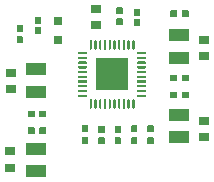
<source format=gtp>
G04*
G04 #@! TF.GenerationSoftware,Altium Limited,Altium Designer,25.0.2 (28)*
G04*
G04 Layer_Color=8421504*
%FSLAX44Y44*%
%MOMM*%
G71*
G04*
G04 #@! TF.SameCoordinates,45B9F587-651D-48FE-9BFB-3449DA8E954A*
G04*
G04*
G04 #@! TF.FilePolarity,Positive*
G04*
G01*
G75*
%ADD15R,1.8000X1.1000*%
%ADD16R,0.9000X0.8000*%
%ADD17R,0.8000X0.8000*%
G36*
X111356Y168242D02*
Y163442D01*
X110856Y162742D01*
X106356D01*
X105856Y163442D01*
Y168242D01*
X106356Y168742D01*
X110856D01*
X111356Y168242D01*
D02*
G37*
G36*
X126002Y166400D02*
Y161394D01*
X125602Y160994D01*
X121002D01*
X120602Y161394D01*
Y166400D01*
X121002Y166800D01*
X125602D01*
X126002Y166400D01*
D02*
G37*
G36*
X167091Y165478D02*
Y160978D01*
X166591Y160478D01*
X161791D01*
X161091Y160978D01*
Y165478D01*
X161791Y165978D01*
X166591D01*
X167091Y165478D01*
D02*
G37*
G36*
X157491D02*
Y160978D01*
X156791Y160478D01*
X151991D01*
X151491Y160978D01*
Y165478D01*
X151991Y165978D01*
X156791D01*
X157491Y165478D01*
D02*
G37*
G36*
X42392Y159927D02*
Y154921D01*
X41992Y154521D01*
X37392D01*
X36992Y154921D01*
Y159927D01*
X37392Y160327D01*
X41992D01*
X42392Y159927D01*
D02*
G37*
G36*
X111356Y158442D02*
Y153642D01*
X110856Y153142D01*
X106356D01*
X105856Y153642D01*
Y158442D01*
X106356Y159142D01*
X110856D01*
X111356Y158442D01*
D02*
G37*
G36*
X126002Y157894D02*
Y152888D01*
X125602Y152487D01*
X121002D01*
X120602Y152888D01*
Y157894D01*
X121002Y158294D01*
X125602D01*
X126002Y157894D01*
D02*
G37*
G36*
X26880Y153350D02*
Y148550D01*
X26380Y147850D01*
X21880D01*
X21380Y148550D01*
Y153350D01*
X21880Y153850D01*
X26380D01*
X26880Y153350D01*
D02*
G37*
G36*
X42392Y151421D02*
Y146414D01*
X41992Y146014D01*
X37392D01*
X36992Y146414D01*
Y151421D01*
X37392Y151821D01*
X41992D01*
X42392Y151421D01*
D02*
G37*
G36*
X26880Y143550D02*
Y138750D01*
X26380Y138250D01*
X21880D01*
X21380Y138750D01*
Y143550D01*
X21880Y144250D01*
X26380D01*
X26880Y143550D01*
D02*
G37*
G36*
X120311Y140657D02*
X120377Y140651D01*
X120441Y140640D01*
X120505Y140625D01*
X120568Y140606D01*
X120629Y140583D01*
X120688Y140556D01*
X120746Y140526D01*
X120801Y140491D01*
X120855Y140453D01*
X120905Y140411D01*
X120953Y140367D01*
X120998Y140319D01*
X121039Y140268D01*
X121077Y140215D01*
X121112Y140160D01*
X121143Y140102D01*
X121170Y140042D01*
X121193Y139981D01*
X121212Y139918D01*
X121227Y139854D01*
X121237Y139790D01*
X121244Y139725D01*
X121246Y139660D01*
Y133659D01*
X121244Y133594D01*
X121237Y133529D01*
X121227Y133464D01*
X121212Y133401D01*
X121193Y133338D01*
X121170Y133277D01*
X121143Y133217D01*
X121112Y133160D01*
X121077Y133104D01*
X121039Y133051D01*
X120998Y133000D01*
X120953Y132952D01*
X120905Y132908D01*
X120855Y132866D01*
X120801Y132828D01*
X120746Y132793D01*
X120688Y132763D01*
X120629Y132736D01*
X120568Y132713D01*
X120505Y132694D01*
X120441Y132679D01*
X120377Y132668D01*
X120311Y132662D01*
X120246Y132660D01*
X120181Y132662D01*
X120115Y132668D01*
X120051Y132679D01*
X119987Y132694D01*
X119924Y132713D01*
X119863Y132736D01*
X119804Y132763D01*
X119746Y132793D01*
X119691Y132828D01*
X119637Y132866D01*
X119587Y132908D01*
X119539Y132952D01*
X119494Y133000D01*
X119453Y133051D01*
X119415Y133104D01*
X119380Y133159D01*
X119349Y133217D01*
X119322Y133277D01*
X119299Y133338D01*
X119280Y133401D01*
X119265Y133464D01*
X119255Y133529D01*
X119248Y133594D01*
X119246Y133659D01*
Y139660D01*
X119248Y139725D01*
X119255Y139790D01*
X119265Y139854D01*
X119280Y139918D01*
X119299Y139981D01*
X119322Y140042D01*
X119349Y140102D01*
X119380Y140159D01*
X119415Y140215D01*
X119453Y140268D01*
X119494Y140319D01*
X119539Y140367D01*
X119587Y140411D01*
X119637Y140453D01*
X119691Y140491D01*
X119746Y140526D01*
X119804Y140556D01*
X119863Y140583D01*
X119924Y140606D01*
X119987Y140625D01*
X120051Y140640D01*
X120115Y140651D01*
X120181Y140657D01*
X120246Y140660D01*
X120311Y140657D01*
D02*
G37*
G36*
X116311D02*
X116376Y140651D01*
X116441Y140640D01*
X116504Y140625D01*
X116567Y140606D01*
X116628Y140583D01*
X116688Y140556D01*
X116745Y140526D01*
X116801Y140491D01*
X116854Y140453D01*
X116905Y140411D01*
X116953Y140367D01*
X116997Y140319D01*
X117039Y140268D01*
X117077Y140215D01*
X117112Y140160D01*
X117142Y140102D01*
X117169Y140042D01*
X117192Y139981D01*
X117212Y139918D01*
X117226Y139854D01*
X117237Y139790D01*
X117243Y139725D01*
X117246Y139660D01*
Y133659D01*
X117243Y133594D01*
X117237Y133529D01*
X117226Y133464D01*
X117212Y133401D01*
X117192Y133338D01*
X117169Y133277D01*
X117142Y133217D01*
X117112Y133160D01*
X117077Y133104D01*
X117039Y133051D01*
X116997Y133000D01*
X116953Y132952D01*
X116905Y132908D01*
X116854Y132866D01*
X116801Y132828D01*
X116745Y132793D01*
X116688Y132763D01*
X116628Y132736D01*
X116567Y132713D01*
X116504Y132694D01*
X116441Y132679D01*
X116376Y132668D01*
X116311Y132662D01*
X116245Y132660D01*
X116180Y132662D01*
X116115Y132668D01*
X116051Y132679D01*
X115987Y132694D01*
X115924Y132713D01*
X115863Y132736D01*
X115803Y132763D01*
X115746Y132793D01*
X115690Y132828D01*
X115637Y132866D01*
X115586Y132908D01*
X115538Y132952D01*
X115494Y133000D01*
X115452Y133051D01*
X115414Y133104D01*
X115379Y133159D01*
X115349Y133217D01*
X115322Y133277D01*
X115299Y133338D01*
X115280Y133401D01*
X115265Y133464D01*
X115254Y133529D01*
X115248Y133594D01*
X115246Y133659D01*
Y139660D01*
X115248Y139725D01*
X115254Y139790D01*
X115265Y139854D01*
X115280Y139918D01*
X115299Y139981D01*
X115322Y140042D01*
X115349Y140102D01*
X115379Y140159D01*
X115414Y140215D01*
X115452Y140268D01*
X115494Y140319D01*
X115538Y140367D01*
X115586Y140411D01*
X115637Y140453D01*
X115690Y140491D01*
X115745Y140526D01*
X115803Y140556D01*
X115863Y140583D01*
X115924Y140606D01*
X115987Y140625D01*
X116051Y140640D01*
X116115Y140651D01*
X116180Y140657D01*
X116245Y140660D01*
X116311Y140657D01*
D02*
G37*
G36*
X112310D02*
X112376Y140651D01*
X112440Y140640D01*
X112504Y140625D01*
X112567Y140606D01*
X112628Y140583D01*
X112687Y140556D01*
X112745Y140526D01*
X112801Y140491D01*
X112854Y140453D01*
X112904Y140411D01*
X112952Y140367D01*
X112997Y140319D01*
X113038Y140268D01*
X113076Y140215D01*
X113111Y140160D01*
X113142Y140102D01*
X113169Y140042D01*
X113192Y139981D01*
X113211Y139918D01*
X113226Y139854D01*
X113236Y139790D01*
X113243Y139725D01*
X113245Y139660D01*
Y133659D01*
X113243Y133594D01*
X113236Y133529D01*
X113226Y133464D01*
X113211Y133401D01*
X113192Y133338D01*
X113169Y133277D01*
X113142Y133217D01*
X113111Y133160D01*
X113076Y133104D01*
X113038Y133051D01*
X112997Y133000D01*
X112952Y132952D01*
X112904Y132908D01*
X112854Y132866D01*
X112801Y132828D01*
X112745Y132793D01*
X112687Y132763D01*
X112628Y132736D01*
X112567Y132713D01*
X112504Y132694D01*
X112440Y132679D01*
X112376Y132668D01*
X112310Y132662D01*
X112245Y132660D01*
X112180Y132662D01*
X112114Y132668D01*
X112050Y132679D01*
X111986Y132694D01*
X111924Y132713D01*
X111862Y132736D01*
X111803Y132763D01*
X111745Y132793D01*
X111690Y132828D01*
X111636Y132866D01*
X111586Y132908D01*
X111538Y132952D01*
X111493Y133000D01*
X111452Y133051D01*
X111414Y133104D01*
X111379Y133159D01*
X111348Y133217D01*
X111321Y133277D01*
X111298Y133338D01*
X111279Y133401D01*
X111264Y133464D01*
X111254Y133529D01*
X111247Y133594D01*
X111245Y133659D01*
Y139660D01*
X111247Y139725D01*
X111254Y139790D01*
X111264Y139854D01*
X111279Y139918D01*
X111298Y139981D01*
X111321Y140042D01*
X111348Y140102D01*
X111379Y140159D01*
X111414Y140215D01*
X111452Y140268D01*
X111493Y140319D01*
X111538Y140367D01*
X111586Y140411D01*
X111636Y140453D01*
X111690Y140491D01*
X111745Y140526D01*
X111803Y140556D01*
X111862Y140583D01*
X111924Y140606D01*
X111986Y140625D01*
X112050Y140640D01*
X112114Y140651D01*
X112180Y140657D01*
X112245Y140660D01*
X112310Y140657D01*
D02*
G37*
G36*
X108310D02*
X108375Y140651D01*
X108440Y140640D01*
X108503Y140625D01*
X108566Y140606D01*
X108627Y140583D01*
X108687Y140556D01*
X108744Y140526D01*
X108800Y140491D01*
X108853Y140453D01*
X108904Y140411D01*
X108952Y140367D01*
X108996Y140319D01*
X109038Y140268D01*
X109076Y140215D01*
X109111Y140160D01*
X109141Y140102D01*
X109168Y140042D01*
X109192Y139981D01*
X109211Y139918D01*
X109225Y139854D01*
X109236Y139790D01*
X109242Y139725D01*
X109244Y139660D01*
Y133659D01*
X109242Y133594D01*
X109236Y133529D01*
X109225Y133464D01*
X109211Y133401D01*
X109192Y133338D01*
X109168Y133277D01*
X109141Y133217D01*
X109111Y133160D01*
X109076Y133104D01*
X109038Y133051D01*
X108996Y133000D01*
X108952Y132952D01*
X108904Y132908D01*
X108853Y132866D01*
X108800Y132828D01*
X108744Y132793D01*
X108687Y132763D01*
X108627Y132736D01*
X108566Y132713D01*
X108503Y132694D01*
X108440Y132679D01*
X108375Y132668D01*
X108310Y132662D01*
X108244Y132660D01*
X108179Y132662D01*
X108114Y132668D01*
X108049Y132679D01*
X107986Y132694D01*
X107923Y132713D01*
X107862Y132736D01*
X107802Y132763D01*
X107745Y132793D01*
X107689Y132828D01*
X107636Y132866D01*
X107585Y132908D01*
X107537Y132952D01*
X107493Y133000D01*
X107451Y133051D01*
X107413Y133104D01*
X107378Y133159D01*
X107348Y133217D01*
X107321Y133277D01*
X107298Y133338D01*
X107279Y133401D01*
X107264Y133464D01*
X107253Y133529D01*
X107247Y133594D01*
X107245Y133659D01*
Y139660D01*
X107247Y139725D01*
X107253Y139790D01*
X107264Y139854D01*
X107279Y139918D01*
X107298Y139981D01*
X107321Y140042D01*
X107348Y140102D01*
X107378Y140159D01*
X107413Y140215D01*
X107451Y140268D01*
X107493Y140319D01*
X107537Y140367D01*
X107585Y140411D01*
X107636Y140453D01*
X107689Y140491D01*
X107744Y140526D01*
X107802Y140556D01*
X107862Y140583D01*
X107923Y140606D01*
X107986Y140625D01*
X108049Y140640D01*
X108114Y140651D01*
X108179Y140657D01*
X108244Y140660D01*
X108310Y140657D01*
D02*
G37*
G36*
X104309D02*
X104375Y140651D01*
X104439Y140640D01*
X104503Y140625D01*
X104566Y140606D01*
X104627Y140583D01*
X104686Y140556D01*
X104744Y140526D01*
X104799Y140491D01*
X104853Y140453D01*
X104903Y140411D01*
X104951Y140367D01*
X104996Y140319D01*
X105037Y140268D01*
X105075Y140215D01*
X105110Y140160D01*
X105141Y140102D01*
X105168Y140042D01*
X105191Y139981D01*
X105210Y139918D01*
X105225Y139854D01*
X105235Y139790D01*
X105242Y139725D01*
X105244Y139660D01*
Y133659D01*
X105242Y133594D01*
X105235Y133529D01*
X105225Y133464D01*
X105210Y133401D01*
X105191Y133338D01*
X105168Y133277D01*
X105141Y133217D01*
X105110Y133160D01*
X105075Y133104D01*
X105037Y133051D01*
X104996Y133000D01*
X104951Y132952D01*
X104903Y132908D01*
X104853Y132866D01*
X104799Y132828D01*
X104744Y132793D01*
X104686Y132763D01*
X104627Y132736D01*
X104566Y132713D01*
X104503Y132694D01*
X104439Y132679D01*
X104375Y132668D01*
X104309Y132662D01*
X104244Y132660D01*
X104179Y132662D01*
X104114Y132668D01*
X104049Y132679D01*
X103985Y132694D01*
X103923Y132713D01*
X103861Y132736D01*
X103802Y132763D01*
X103744Y132793D01*
X103688Y132828D01*
X103635Y132866D01*
X103585Y132908D01*
X103537Y132952D01*
X103492Y133000D01*
X103451Y133051D01*
X103413Y133104D01*
X103378Y133159D01*
X103347Y133217D01*
X103320Y133277D01*
X103297Y133338D01*
X103278Y133401D01*
X103263Y133464D01*
X103253Y133529D01*
X103246Y133594D01*
X103244Y133659D01*
Y139660D01*
X103246Y139725D01*
X103253Y139790D01*
X103263Y139854D01*
X103278Y139918D01*
X103297Y139981D01*
X103320Y140042D01*
X103347Y140102D01*
X103378Y140159D01*
X103413Y140215D01*
X103451Y140268D01*
X103492Y140319D01*
X103537Y140367D01*
X103585Y140411D01*
X103635Y140453D01*
X103688Y140491D01*
X103744Y140526D01*
X103802Y140556D01*
X103861Y140583D01*
X103923Y140606D01*
X103985Y140625D01*
X104049Y140640D01*
X104114Y140651D01*
X104179Y140657D01*
X104244Y140660D01*
X104309Y140657D01*
D02*
G37*
G36*
X100311D02*
X100377Y140651D01*
X100441Y140640D01*
X100505Y140625D01*
X100568Y140606D01*
X100629Y140583D01*
X100688Y140556D01*
X100746Y140526D01*
X100802Y140491D01*
X100855Y140453D01*
X100906Y140411D01*
X100953Y140367D01*
X100998Y140319D01*
X101039Y140268D01*
X101077Y140215D01*
X101112Y140160D01*
X101143Y140102D01*
X101170Y140042D01*
X101193Y139981D01*
X101212Y139918D01*
X101227Y139854D01*
X101237Y139790D01*
X101244Y139725D01*
X101246Y139660D01*
Y133659D01*
X101244Y133594D01*
X101237Y133529D01*
X101227Y133464D01*
X101212Y133401D01*
X101193Y133338D01*
X101170Y133277D01*
X101143Y133217D01*
X101112Y133160D01*
X101077Y133104D01*
X101039Y133051D01*
X100998Y133000D01*
X100953Y132952D01*
X100906Y132908D01*
X100855Y132866D01*
X100802Y132828D01*
X100746Y132793D01*
X100688Y132763D01*
X100629Y132736D01*
X100568Y132713D01*
X100505Y132694D01*
X100441Y132679D01*
X100377Y132668D01*
X100311Y132662D01*
X100246Y132660D01*
X100181Y132662D01*
X100115Y132668D01*
X100051Y132679D01*
X99987Y132694D01*
X99924Y132713D01*
X99863Y132736D01*
X99804Y132763D01*
X99746Y132793D01*
X99691Y132828D01*
X99637Y132866D01*
X99587Y132908D01*
X99539Y132952D01*
X99494Y133000D01*
X99453Y133051D01*
X99415Y133104D01*
X99380Y133159D01*
X99349Y133217D01*
X99322Y133277D01*
X99299Y133338D01*
X99280Y133401D01*
X99265Y133464D01*
X99255Y133529D01*
X99248Y133594D01*
X99246Y133659D01*
Y139660D01*
X99248Y139725D01*
X99255Y139790D01*
X99265Y139854D01*
X99280Y139918D01*
X99299Y139981D01*
X99322Y140042D01*
X99349Y140102D01*
X99380Y140159D01*
X99415Y140215D01*
X99453Y140268D01*
X99494Y140319D01*
X99539Y140367D01*
X99587Y140411D01*
X99637Y140453D01*
X99691Y140491D01*
X99746Y140526D01*
X99804Y140556D01*
X99863Y140583D01*
X99924Y140606D01*
X99987Y140625D01*
X100051Y140640D01*
X100115Y140651D01*
X100181Y140657D01*
X100246Y140660D01*
X100311Y140657D01*
D02*
G37*
G36*
X96311D02*
X96376Y140651D01*
X96441Y140640D01*
X96504Y140625D01*
X96567Y140606D01*
X96628Y140583D01*
X96688Y140556D01*
X96746Y140526D01*
X96801Y140491D01*
X96854Y140453D01*
X96905Y140411D01*
X96953Y140367D01*
X96997Y140319D01*
X97039Y140268D01*
X97077Y140215D01*
X97112Y140160D01*
X97142Y140102D01*
X97169Y140042D01*
X97192Y139981D01*
X97212Y139918D01*
X97226Y139854D01*
X97237Y139790D01*
X97243Y139725D01*
X97246Y139660D01*
Y133659D01*
X97243Y133594D01*
X97237Y133529D01*
X97226Y133464D01*
X97212Y133401D01*
X97192Y133338D01*
X97169Y133277D01*
X97142Y133217D01*
X97112Y133160D01*
X97077Y133104D01*
X97039Y133051D01*
X96997Y133000D01*
X96953Y132952D01*
X96905Y132908D01*
X96854Y132866D01*
X96801Y132828D01*
X96746Y132793D01*
X96688Y132763D01*
X96628Y132736D01*
X96567Y132713D01*
X96504Y132694D01*
X96441Y132679D01*
X96376Y132668D01*
X96311Y132662D01*
X96246Y132660D01*
X96180Y132662D01*
X96115Y132668D01*
X96051Y132679D01*
X95987Y132694D01*
X95924Y132713D01*
X95863Y132736D01*
X95803Y132763D01*
X95746Y132793D01*
X95690Y132828D01*
X95637Y132866D01*
X95586Y132908D01*
X95538Y132952D01*
X95494Y133000D01*
X95452Y133051D01*
X95414Y133104D01*
X95379Y133159D01*
X95349Y133217D01*
X95322Y133277D01*
X95299Y133338D01*
X95280Y133401D01*
X95265Y133464D01*
X95254Y133529D01*
X95248Y133594D01*
X95246Y133659D01*
Y139660D01*
X95248Y139725D01*
X95254Y139790D01*
X95265Y139854D01*
X95280Y139918D01*
X95299Y139981D01*
X95322Y140042D01*
X95349Y140102D01*
X95379Y140159D01*
X95414Y140215D01*
X95452Y140268D01*
X95494Y140319D01*
X95538Y140367D01*
X95586Y140411D01*
X95637Y140453D01*
X95690Y140491D01*
X95745Y140526D01*
X95803Y140556D01*
X95863Y140583D01*
X95924Y140606D01*
X95987Y140625D01*
X96051Y140640D01*
X96115Y140651D01*
X96180Y140657D01*
X96246Y140660D01*
X96311Y140657D01*
D02*
G37*
G36*
X92310D02*
X92376Y140651D01*
X92440Y140640D01*
X92504Y140625D01*
X92567Y140606D01*
X92628Y140583D01*
X92687Y140556D01*
X92745Y140526D01*
X92801Y140491D01*
X92854Y140453D01*
X92905Y140411D01*
X92952Y140367D01*
X92997Y140319D01*
X93038Y140268D01*
X93076Y140215D01*
X93111Y140160D01*
X93142Y140102D01*
X93169Y140042D01*
X93192Y139981D01*
X93211Y139918D01*
X93226Y139854D01*
X93236Y139790D01*
X93243Y139725D01*
X93245Y139660D01*
Y133659D01*
X93243Y133594D01*
X93236Y133529D01*
X93226Y133464D01*
X93211Y133401D01*
X93192Y133338D01*
X93169Y133277D01*
X93142Y133217D01*
X93111Y133160D01*
X93076Y133104D01*
X93038Y133051D01*
X92997Y133000D01*
X92952Y132952D01*
X92905Y132908D01*
X92854Y132866D01*
X92801Y132828D01*
X92745Y132793D01*
X92687Y132763D01*
X92628Y132736D01*
X92567Y132713D01*
X92504Y132694D01*
X92440Y132679D01*
X92376Y132668D01*
X92310Y132662D01*
X92245Y132660D01*
X92180Y132662D01*
X92114Y132668D01*
X92050Y132679D01*
X91986Y132694D01*
X91924Y132713D01*
X91862Y132736D01*
X91803Y132763D01*
X91745Y132793D01*
X91690Y132828D01*
X91636Y132866D01*
X91586Y132908D01*
X91538Y132952D01*
X91493Y133000D01*
X91452Y133051D01*
X91414Y133104D01*
X91379Y133159D01*
X91348Y133217D01*
X91321Y133277D01*
X91298Y133338D01*
X91279Y133401D01*
X91264Y133464D01*
X91254Y133529D01*
X91247Y133594D01*
X91245Y133659D01*
Y139660D01*
X91247Y139725D01*
X91254Y139790D01*
X91264Y139854D01*
X91279Y139918D01*
X91298Y139981D01*
X91321Y140042D01*
X91348Y140102D01*
X91379Y140159D01*
X91414Y140215D01*
X91452Y140268D01*
X91493Y140319D01*
X91538Y140367D01*
X91586Y140411D01*
X91636Y140453D01*
X91690Y140491D01*
X91745Y140526D01*
X91803Y140556D01*
X91862Y140583D01*
X91924Y140606D01*
X91986Y140625D01*
X92050Y140640D01*
X92114Y140651D01*
X92180Y140657D01*
X92245Y140660D01*
X92310Y140657D01*
D02*
G37*
G36*
X88310D02*
X88375Y140651D01*
X88440Y140640D01*
X88503Y140625D01*
X88566Y140606D01*
X88627Y140583D01*
X88687Y140556D01*
X88744Y140526D01*
X88800Y140491D01*
X88853Y140453D01*
X88904Y140411D01*
X88952Y140367D01*
X88996Y140319D01*
X89038Y140268D01*
X89076Y140215D01*
X89111Y140160D01*
X89142Y140102D01*
X89168Y140042D01*
X89192Y139981D01*
X89211Y139918D01*
X89225Y139854D01*
X89236Y139790D01*
X89242Y139725D01*
X89245Y139660D01*
Y133659D01*
X89242Y133594D01*
X89236Y133529D01*
X89225Y133464D01*
X89211Y133401D01*
X89192Y133338D01*
X89168Y133277D01*
X89142Y133217D01*
X89111Y133160D01*
X89076Y133104D01*
X89038Y133051D01*
X88996Y133000D01*
X88952Y132952D01*
X88904Y132908D01*
X88853Y132866D01*
X88800Y132828D01*
X88744Y132793D01*
X88687Y132763D01*
X88627Y132736D01*
X88566Y132713D01*
X88503Y132694D01*
X88440Y132679D01*
X88375Y132668D01*
X88310Y132662D01*
X88245Y132660D01*
X88179Y132662D01*
X88114Y132668D01*
X88049Y132679D01*
X87986Y132694D01*
X87923Y132713D01*
X87862Y132736D01*
X87802Y132763D01*
X87745Y132793D01*
X87689Y132828D01*
X87636Y132866D01*
X87585Y132908D01*
X87537Y132952D01*
X87493Y133000D01*
X87451Y133051D01*
X87413Y133104D01*
X87378Y133159D01*
X87348Y133217D01*
X87321Y133277D01*
X87298Y133338D01*
X87279Y133401D01*
X87264Y133464D01*
X87253Y133529D01*
X87247Y133594D01*
X87245Y133659D01*
Y139660D01*
X87247Y139725D01*
X87253Y139790D01*
X87264Y139854D01*
X87279Y139918D01*
X87298Y139981D01*
X87321Y140042D01*
X87348Y140102D01*
X87378Y140159D01*
X87413Y140215D01*
X87451Y140268D01*
X87493Y140319D01*
X87537Y140367D01*
X87585Y140411D01*
X87636Y140453D01*
X87689Y140491D01*
X87745Y140526D01*
X87802Y140556D01*
X87862Y140583D01*
X87923Y140606D01*
X87986Y140625D01*
X88049Y140640D01*
X88114Y140651D01*
X88179Y140657D01*
X88245Y140660D01*
X88310Y140657D01*
D02*
G37*
G36*
X84309D02*
X84375Y140651D01*
X84439Y140640D01*
X84503Y140625D01*
X84566Y140606D01*
X84627Y140583D01*
X84686Y140556D01*
X84744Y140526D01*
X84800Y140491D01*
X84853Y140453D01*
X84903Y140411D01*
X84951Y140367D01*
X84996Y140319D01*
X85037Y140268D01*
X85075Y140215D01*
X85110Y140160D01*
X85141Y140102D01*
X85168Y140042D01*
X85191Y139981D01*
X85210Y139918D01*
X85225Y139854D01*
X85235Y139790D01*
X85242Y139725D01*
X85244Y139660D01*
Y133659D01*
X85242Y133594D01*
X85235Y133529D01*
X85225Y133464D01*
X85210Y133401D01*
X85191Y133338D01*
X85168Y133277D01*
X85141Y133217D01*
X85110Y133160D01*
X85075Y133104D01*
X85037Y133051D01*
X84996Y133000D01*
X84951Y132952D01*
X84903Y132908D01*
X84853Y132866D01*
X84800Y132828D01*
X84744Y132793D01*
X84686Y132763D01*
X84627Y132736D01*
X84566Y132713D01*
X84503Y132694D01*
X84439Y132679D01*
X84375Y132668D01*
X84309Y132662D01*
X84244Y132660D01*
X84179Y132662D01*
X84114Y132668D01*
X84049Y132679D01*
X83985Y132694D01*
X83923Y132713D01*
X83861Y132736D01*
X83802Y132763D01*
X83744Y132793D01*
X83689Y132828D01*
X83635Y132866D01*
X83585Y132908D01*
X83537Y132952D01*
X83492Y133000D01*
X83451Y133051D01*
X83413Y133104D01*
X83378Y133159D01*
X83347Y133217D01*
X83320Y133277D01*
X83297Y133338D01*
X83278Y133401D01*
X83263Y133464D01*
X83253Y133529D01*
X83246Y133594D01*
X83244Y133659D01*
Y139660D01*
X83246Y139725D01*
X83253Y139790D01*
X83263Y139854D01*
X83278Y139918D01*
X83297Y139981D01*
X83320Y140042D01*
X83347Y140102D01*
X83378Y140159D01*
X83413Y140215D01*
X83451Y140268D01*
X83492Y140319D01*
X83537Y140367D01*
X83585Y140411D01*
X83635Y140453D01*
X83689Y140491D01*
X83744Y140526D01*
X83802Y140556D01*
X83861Y140583D01*
X83923Y140606D01*
X83985Y140625D01*
X84049Y140640D01*
X84114Y140651D01*
X84179Y140657D01*
X84244Y140660D01*
X84309Y140657D01*
D02*
G37*
G36*
X130304Y130665D02*
X130369Y130658D01*
X130434Y130647D01*
X130498Y130633D01*
X130560Y130614D01*
X130621Y130591D01*
X130681Y130564D01*
X130738Y130533D01*
X130794Y130498D01*
X130848Y130460D01*
X130898Y130419D01*
X130946Y130374D01*
X130990Y130326D01*
X131032Y130276D01*
X131070Y130222D01*
X131105Y130167D01*
X131136Y130109D01*
X131163Y130050D01*
X131186Y129988D01*
X131205Y129926D01*
X131219Y129862D01*
X131230Y129797D01*
X131237Y129732D01*
X131239Y129667D01*
X131237Y129602D01*
X131230Y129536D01*
X131219Y129472D01*
X131205Y129408D01*
X131186Y129345D01*
X131163Y129284D01*
X131136Y129225D01*
X131105Y129167D01*
X131070Y129111D01*
X131032Y129058D01*
X130990Y129008D01*
X130946Y128960D01*
X130898Y128915D01*
X130848Y128874D01*
X130794Y128835D01*
X130739Y128801D01*
X130681Y128770D01*
X130621Y128743D01*
X130560Y128720D01*
X130498Y128701D01*
X130434Y128686D01*
X130369Y128675D01*
X130304Y128669D01*
X130239Y128667D01*
X124239D01*
X124173Y128669D01*
X124108Y128675D01*
X124044Y128686D01*
X123980Y128701D01*
X123917Y128720D01*
X123856Y128743D01*
X123797Y128770D01*
X123739Y128801D01*
X123683Y128835D01*
X123630Y128874D01*
X123579Y128915D01*
X123532Y128960D01*
X123487Y129008D01*
X123445Y129058D01*
X123407Y129111D01*
X123372Y129167D01*
X123342Y129225D01*
X123315Y129284D01*
X123292Y129345D01*
X123273Y129408D01*
X123258Y129472D01*
X123247Y129536D01*
X123241Y129602D01*
X123239Y129667D01*
X123241Y129732D01*
X123247Y129797D01*
X123258Y129862D01*
X123273Y129926D01*
X123292Y129988D01*
X123315Y130050D01*
X123342Y130109D01*
X123372Y130167D01*
X123407Y130222D01*
X123445Y130276D01*
X123487Y130326D01*
X123532Y130374D01*
X123579Y130419D01*
X123630Y130460D01*
X123683Y130498D01*
X123738Y130533D01*
X123797Y130564D01*
X123856Y130591D01*
X123917Y130614D01*
X123980Y130633D01*
X124044Y130647D01*
X124108Y130658D01*
X124173Y130665D01*
X124239Y130667D01*
X130239D01*
X130304Y130665D01*
D02*
G37*
G36*
X80317D02*
X80382Y130658D01*
X80447Y130647D01*
X80510Y130633D01*
X80573Y130614D01*
X80634Y130591D01*
X80694Y130564D01*
X80751Y130533D01*
X80807Y130498D01*
X80860Y130460D01*
X80911Y130419D01*
X80959Y130374D01*
X81003Y130326D01*
X81045Y130276D01*
X81083Y130222D01*
X81118Y130167D01*
X81148Y130109D01*
X81175Y130050D01*
X81198Y129988D01*
X81217Y129926D01*
X81232Y129862D01*
X81243Y129797D01*
X81249Y129732D01*
X81251Y129667D01*
X81249Y129602D01*
X81243Y129536D01*
X81232Y129472D01*
X81217Y129408D01*
X81198Y129345D01*
X81175Y129284D01*
X81148Y129225D01*
X81118Y129167D01*
X81083Y129111D01*
X81045Y129058D01*
X81003Y129008D01*
X80959Y128960D01*
X80911Y128915D01*
X80860Y128874D01*
X80807Y128835D01*
X80752Y128801D01*
X80694Y128770D01*
X80634Y128743D01*
X80573Y128720D01*
X80510Y128701D01*
X80447Y128686D01*
X80382Y128675D01*
X80317Y128669D01*
X80252Y128667D01*
X74251D01*
X74186Y128669D01*
X74121Y128675D01*
X74056Y128686D01*
X73993Y128701D01*
X73930Y128720D01*
X73869Y128743D01*
X73809Y128770D01*
X73752Y128801D01*
X73696Y128835D01*
X73643Y128874D01*
X73592Y128915D01*
X73544Y128960D01*
X73500Y129008D01*
X73458Y129058D01*
X73420Y129111D01*
X73385Y129167D01*
X73355Y129225D01*
X73328Y129284D01*
X73305Y129345D01*
X73285Y129408D01*
X73271Y129472D01*
X73260Y129536D01*
X73253Y129602D01*
X73252Y129667D01*
X73253Y129732D01*
X73260Y129797D01*
X73271Y129862D01*
X73285Y129926D01*
X73305Y129988D01*
X73328Y130050D01*
X73355Y130109D01*
X73385Y130167D01*
X73420Y130222D01*
X73458Y130276D01*
X73500Y130326D01*
X73544Y130374D01*
X73592Y130419D01*
X73643Y130460D01*
X73696Y130498D01*
X73751Y130533D01*
X73809Y130564D01*
X73869Y130591D01*
X73930Y130614D01*
X73993Y130633D01*
X74056Y130647D01*
X74121Y130658D01*
X74186Y130665D01*
X74251Y130667D01*
X80252D01*
X80317Y130665D01*
D02*
G37*
G36*
X130304Y126664D02*
X130369Y126658D01*
X130434Y126647D01*
X130498Y126632D01*
X130560Y126613D01*
X130621Y126590D01*
X130681Y126563D01*
X130738Y126532D01*
X130794Y126498D01*
X130848Y126460D01*
X130898Y126418D01*
X130946Y126374D01*
X130990Y126326D01*
X131032Y126275D01*
X131070Y126222D01*
X131105Y126166D01*
X131136Y126109D01*
X131163Y126049D01*
X131186Y125988D01*
X131205Y125925D01*
X131219Y125861D01*
X131230Y125797D01*
X131237Y125732D01*
X131239Y125666D01*
X131237Y125601D01*
X131230Y125536D01*
X131219Y125471D01*
X131205Y125407D01*
X131186Y125345D01*
X131163Y125284D01*
X131136Y125224D01*
X131105Y125167D01*
X131070Y125111D01*
X131032Y125057D01*
X130990Y125007D01*
X130946Y124959D01*
X130898Y124915D01*
X130848Y124873D01*
X130794Y124835D01*
X130739Y124800D01*
X130681Y124769D01*
X130621Y124742D01*
X130560Y124719D01*
X130498Y124700D01*
X130434Y124686D01*
X130369Y124675D01*
X130304Y124668D01*
X130239Y124666D01*
X124239D01*
X124173Y124668D01*
X124108Y124675D01*
X124044Y124686D01*
X123980Y124700D01*
X123917Y124719D01*
X123856Y124742D01*
X123797Y124769D01*
X123739Y124800D01*
X123683Y124835D01*
X123630Y124873D01*
X123579Y124915D01*
X123532Y124959D01*
X123487Y125007D01*
X123445Y125057D01*
X123407Y125111D01*
X123372Y125166D01*
X123342Y125224D01*
X123315Y125284D01*
X123292Y125345D01*
X123273Y125407D01*
X123258Y125471D01*
X123247Y125536D01*
X123241Y125601D01*
X123239Y125666D01*
X123241Y125732D01*
X123247Y125797D01*
X123258Y125861D01*
X123273Y125925D01*
X123292Y125988D01*
X123315Y126049D01*
X123342Y126109D01*
X123372Y126166D01*
X123407Y126222D01*
X123445Y126275D01*
X123487Y126326D01*
X123532Y126374D01*
X123579Y126418D01*
X123630Y126460D01*
X123683Y126498D01*
X123738Y126532D01*
X123797Y126563D01*
X123856Y126590D01*
X123917Y126613D01*
X123980Y126632D01*
X124044Y126647D01*
X124108Y126658D01*
X124173Y126664D01*
X124239Y126666D01*
X130239D01*
X130304Y126664D01*
D02*
G37*
G36*
X80317D02*
X80382Y126658D01*
X80447Y126647D01*
X80510Y126632D01*
X80573Y126613D01*
X80634Y126590D01*
X80694Y126563D01*
X80751Y126532D01*
X80807Y126498D01*
X80860Y126460D01*
X80911Y126418D01*
X80959Y126374D01*
X81003Y126326D01*
X81045Y126275D01*
X81083Y126222D01*
X81118Y126166D01*
X81148Y126109D01*
X81175Y126049D01*
X81198Y125988D01*
X81217Y125925D01*
X81232Y125861D01*
X81243Y125797D01*
X81249Y125732D01*
X81251Y125666D01*
X81249Y125601D01*
X81243Y125536D01*
X81232Y125471D01*
X81217Y125407D01*
X81198Y125345D01*
X81175Y125284D01*
X81148Y125224D01*
X81118Y125167D01*
X81083Y125111D01*
X81045Y125057D01*
X81003Y125007D01*
X80959Y124959D01*
X80911Y124915D01*
X80860Y124873D01*
X80807Y124835D01*
X80752Y124800D01*
X80694Y124769D01*
X80634Y124742D01*
X80573Y124719D01*
X80510Y124700D01*
X80447Y124686D01*
X80382Y124675D01*
X80317Y124668D01*
X80252Y124666D01*
X74251D01*
X74186Y124668D01*
X74121Y124675D01*
X74056Y124686D01*
X73993Y124700D01*
X73930Y124719D01*
X73869Y124742D01*
X73809Y124769D01*
X73752Y124800D01*
X73696Y124835D01*
X73643Y124873D01*
X73592Y124915D01*
X73544Y124959D01*
X73500Y125007D01*
X73458Y125057D01*
X73420Y125111D01*
X73385Y125166D01*
X73355Y125224D01*
X73328Y125284D01*
X73305Y125345D01*
X73285Y125407D01*
X73271Y125471D01*
X73260Y125536D01*
X73253Y125601D01*
X73252Y125666D01*
X73253Y125732D01*
X73260Y125797D01*
X73271Y125861D01*
X73285Y125925D01*
X73305Y125988D01*
X73328Y126049D01*
X73355Y126109D01*
X73385Y126166D01*
X73420Y126222D01*
X73458Y126275D01*
X73500Y126326D01*
X73544Y126374D01*
X73592Y126418D01*
X73643Y126460D01*
X73696Y126498D01*
X73751Y126532D01*
X73809Y126563D01*
X73869Y126590D01*
X73930Y126613D01*
X73993Y126632D01*
X74056Y126647D01*
X74121Y126658D01*
X74186Y126664D01*
X74251Y126666D01*
X80252D01*
X80317Y126664D01*
D02*
G37*
G36*
X130304Y122664D02*
X130369Y122657D01*
X130434Y122647D01*
X130498Y122632D01*
X130560Y122613D01*
X130621Y122590D01*
X130681Y122563D01*
X130738Y122532D01*
X130794Y122497D01*
X130848Y122459D01*
X130898Y122418D01*
X130946Y122373D01*
X130990Y122325D01*
X131032Y122275D01*
X131070Y122221D01*
X131105Y122166D01*
X131136Y122108D01*
X131163Y122049D01*
X131186Y121987D01*
X131205Y121925D01*
X131219Y121861D01*
X131230Y121796D01*
X131237Y121731D01*
X131239Y121666D01*
X131237Y121601D01*
X131230Y121535D01*
X131219Y121471D01*
X131205Y121407D01*
X131186Y121344D01*
X131163Y121283D01*
X131136Y121224D01*
X131105Y121166D01*
X131070Y121110D01*
X131032Y121057D01*
X130990Y121006D01*
X130946Y120959D01*
X130898Y120914D01*
X130848Y120873D01*
X130794Y120835D01*
X130739Y120800D01*
X130681Y120769D01*
X130621Y120742D01*
X130560Y120719D01*
X130498Y120700D01*
X130434Y120685D01*
X130369Y120674D01*
X130304Y120668D01*
X130239Y120666D01*
X124239D01*
X124173Y120668D01*
X124108Y120674D01*
X124044Y120685D01*
X123980Y120700D01*
X123917Y120719D01*
X123856Y120742D01*
X123797Y120769D01*
X123739Y120800D01*
X123683Y120835D01*
X123630Y120873D01*
X123579Y120914D01*
X123532Y120959D01*
X123487Y121006D01*
X123445Y121057D01*
X123407Y121110D01*
X123372Y121166D01*
X123342Y121224D01*
X123315Y121283D01*
X123292Y121344D01*
X123273Y121407D01*
X123258Y121471D01*
X123247Y121535D01*
X123241Y121601D01*
X123239Y121666D01*
X123241Y121731D01*
X123247Y121796D01*
X123258Y121861D01*
X123273Y121925D01*
X123292Y121987D01*
X123315Y122049D01*
X123342Y122108D01*
X123372Y122166D01*
X123407Y122221D01*
X123445Y122275D01*
X123487Y122325D01*
X123532Y122373D01*
X123579Y122418D01*
X123630Y122459D01*
X123683Y122497D01*
X123738Y122532D01*
X123797Y122563D01*
X123856Y122590D01*
X123917Y122613D01*
X123980Y122632D01*
X124044Y122647D01*
X124108Y122657D01*
X124173Y122664D01*
X124239Y122666D01*
X130239D01*
X130304Y122664D01*
D02*
G37*
G36*
X80317D02*
X80382Y122657D01*
X80447Y122647D01*
X80510Y122632D01*
X80573Y122613D01*
X80634Y122590D01*
X80694Y122563D01*
X80751Y122532D01*
X80807Y122497D01*
X80860Y122459D01*
X80911Y122418D01*
X80959Y122373D01*
X81003Y122325D01*
X81045Y122275D01*
X81083Y122221D01*
X81118Y122166D01*
X81148Y122108D01*
X81175Y122049D01*
X81198Y121987D01*
X81217Y121925D01*
X81232Y121861D01*
X81243Y121796D01*
X81249Y121731D01*
X81251Y121666D01*
X81249Y121601D01*
X81243Y121535D01*
X81232Y121471D01*
X81217Y121407D01*
X81198Y121344D01*
X81175Y121283D01*
X81148Y121224D01*
X81118Y121166D01*
X81083Y121110D01*
X81045Y121057D01*
X81003Y121006D01*
X80959Y120959D01*
X80911Y120914D01*
X80860Y120873D01*
X80807Y120835D01*
X80752Y120800D01*
X80694Y120769D01*
X80634Y120742D01*
X80573Y120719D01*
X80510Y120700D01*
X80447Y120685D01*
X80382Y120674D01*
X80317Y120668D01*
X80252Y120666D01*
X74251D01*
X74186Y120668D01*
X74121Y120674D01*
X74056Y120685D01*
X73993Y120700D01*
X73930Y120719D01*
X73869Y120742D01*
X73809Y120769D01*
X73752Y120800D01*
X73696Y120835D01*
X73643Y120873D01*
X73592Y120914D01*
X73544Y120959D01*
X73500Y121006D01*
X73458Y121057D01*
X73420Y121110D01*
X73385Y121166D01*
X73355Y121224D01*
X73328Y121283D01*
X73305Y121344D01*
X73285Y121407D01*
X73271Y121471D01*
X73260Y121535D01*
X73253Y121601D01*
X73252Y121666D01*
X73253Y121731D01*
X73260Y121796D01*
X73271Y121861D01*
X73285Y121925D01*
X73305Y121987D01*
X73328Y122049D01*
X73355Y122108D01*
X73385Y122166D01*
X73420Y122221D01*
X73458Y122275D01*
X73500Y122325D01*
X73544Y122373D01*
X73592Y122418D01*
X73643Y122459D01*
X73696Y122497D01*
X73751Y122532D01*
X73809Y122563D01*
X73869Y122590D01*
X73930Y122613D01*
X73993Y122632D01*
X74056Y122647D01*
X74121Y122657D01*
X74186Y122664D01*
X74251Y122666D01*
X80252D01*
X80317Y122664D01*
D02*
G37*
G36*
X130304Y118663D02*
X130369Y118657D01*
X130434Y118646D01*
X130498Y118631D01*
X130560Y118612D01*
X130621Y118589D01*
X130681Y118562D01*
X130738Y118532D01*
X130794Y118497D01*
X130848Y118459D01*
X130898Y118417D01*
X130946Y118372D01*
X130990Y118325D01*
X131032Y118274D01*
X131070Y118221D01*
X131105Y118166D01*
X131136Y118108D01*
X131163Y118048D01*
X131186Y117987D01*
X131205Y117924D01*
X131219Y117860D01*
X131230Y117796D01*
X131237Y117731D01*
X131239Y117665D01*
X131237Y117600D01*
X131230Y117535D01*
X131219Y117470D01*
X131205Y117407D01*
X131186Y117344D01*
X131163Y117283D01*
X131136Y117223D01*
X131105Y117165D01*
X131070Y117110D01*
X131032Y117057D01*
X130990Y117006D01*
X130946Y116958D01*
X130898Y116913D01*
X130848Y116872D01*
X130794Y116834D01*
X130739Y116799D01*
X130681Y116769D01*
X130621Y116742D01*
X130560Y116718D01*
X130498Y116699D01*
X130434Y116685D01*
X130369Y116674D01*
X130304Y116667D01*
X130239Y116665D01*
X124239D01*
X124173Y116667D01*
X124108Y116674D01*
X124044Y116685D01*
X123980Y116699D01*
X123917Y116718D01*
X123856Y116742D01*
X123797Y116769D01*
X123739Y116799D01*
X123683Y116834D01*
X123630Y116872D01*
X123579Y116913D01*
X123532Y116958D01*
X123487Y117006D01*
X123445Y117057D01*
X123407Y117110D01*
X123372Y117165D01*
X123342Y117223D01*
X123315Y117283D01*
X123292Y117344D01*
X123273Y117407D01*
X123258Y117470D01*
X123247Y117535D01*
X123241Y117600D01*
X123239Y117665D01*
X123241Y117731D01*
X123247Y117796D01*
X123258Y117860D01*
X123273Y117924D01*
X123292Y117987D01*
X123315Y118048D01*
X123342Y118108D01*
X123372Y118165D01*
X123407Y118221D01*
X123445Y118274D01*
X123487Y118325D01*
X123532Y118372D01*
X123579Y118417D01*
X123630Y118459D01*
X123683Y118497D01*
X123738Y118532D01*
X123797Y118562D01*
X123856Y118589D01*
X123917Y118612D01*
X123980Y118631D01*
X124044Y118646D01*
X124108Y118657D01*
X124173Y118663D01*
X124239Y118665D01*
X130239D01*
X130304Y118663D01*
D02*
G37*
G36*
X80317D02*
X80382Y118657D01*
X80447Y118646D01*
X80510Y118631D01*
X80573Y118612D01*
X80634Y118589D01*
X80694Y118562D01*
X80751Y118532D01*
X80807Y118497D01*
X80860Y118459D01*
X80911Y118417D01*
X80959Y118372D01*
X81003Y118325D01*
X81045Y118274D01*
X81083Y118221D01*
X81118Y118166D01*
X81148Y118108D01*
X81175Y118048D01*
X81198Y117987D01*
X81217Y117924D01*
X81232Y117860D01*
X81243Y117796D01*
X81249Y117731D01*
X81251Y117665D01*
X81249Y117600D01*
X81243Y117535D01*
X81232Y117470D01*
X81217Y117407D01*
X81198Y117344D01*
X81175Y117283D01*
X81148Y117223D01*
X81118Y117165D01*
X81083Y117110D01*
X81045Y117057D01*
X81003Y117006D01*
X80959Y116958D01*
X80911Y116913D01*
X80860Y116872D01*
X80807Y116834D01*
X80752Y116799D01*
X80694Y116769D01*
X80634Y116742D01*
X80573Y116718D01*
X80510Y116699D01*
X80447Y116685D01*
X80382Y116674D01*
X80317Y116667D01*
X80252Y116665D01*
X74251D01*
X74186Y116667D01*
X74121Y116674D01*
X74056Y116685D01*
X73993Y116699D01*
X73930Y116718D01*
X73869Y116742D01*
X73809Y116769D01*
X73752Y116799D01*
X73696Y116834D01*
X73643Y116872D01*
X73592Y116913D01*
X73544Y116958D01*
X73500Y117006D01*
X73458Y117057D01*
X73420Y117110D01*
X73385Y117165D01*
X73355Y117223D01*
X73328Y117283D01*
X73305Y117344D01*
X73285Y117407D01*
X73271Y117470D01*
X73260Y117535D01*
X73253Y117600D01*
X73252Y117665D01*
X73253Y117731D01*
X73260Y117796D01*
X73271Y117860D01*
X73285Y117924D01*
X73305Y117987D01*
X73328Y118048D01*
X73355Y118108D01*
X73385Y118165D01*
X73420Y118221D01*
X73458Y118274D01*
X73500Y118325D01*
X73544Y118372D01*
X73592Y118417D01*
X73643Y118459D01*
X73696Y118497D01*
X73751Y118532D01*
X73809Y118562D01*
X73869Y118589D01*
X73930Y118612D01*
X73993Y118631D01*
X74056Y118646D01*
X74121Y118657D01*
X74186Y118663D01*
X74251Y118665D01*
X80252D01*
X80317Y118663D01*
D02*
G37*
G36*
X130304Y114663D02*
X130369Y114656D01*
X130434Y114646D01*
X130498Y114631D01*
X130560Y114612D01*
X130621Y114589D01*
X130681Y114562D01*
X130738Y114531D01*
X130794Y114496D01*
X130848Y114458D01*
X130898Y114417D01*
X130946Y114372D01*
X130990Y114324D01*
X131032Y114274D01*
X131070Y114220D01*
X131105Y114165D01*
X131136Y114107D01*
X131163Y114048D01*
X131186Y113986D01*
X131205Y113924D01*
X131219Y113860D01*
X131230Y113795D01*
X131237Y113730D01*
X131239Y113665D01*
X131237Y113600D01*
X131230Y113534D01*
X131219Y113470D01*
X131205Y113406D01*
X131186Y113343D01*
X131163Y113282D01*
X131136Y113223D01*
X131105Y113165D01*
X131070Y113109D01*
X131032Y113056D01*
X130990Y113006D01*
X130946Y112958D01*
X130898Y112913D01*
X130848Y112872D01*
X130794Y112833D01*
X130739Y112799D01*
X130681Y112768D01*
X130621Y112741D01*
X130560Y112718D01*
X130498Y112699D01*
X130434Y112684D01*
X130369Y112674D01*
X130304Y112667D01*
X130239Y112665D01*
X124239D01*
X124173Y112667D01*
X124108Y112674D01*
X124044Y112684D01*
X123980Y112699D01*
X123917Y112718D01*
X123856Y112741D01*
X123797Y112768D01*
X123739Y112799D01*
X123683Y112833D01*
X123630Y112872D01*
X123579Y112913D01*
X123532Y112958D01*
X123487Y113006D01*
X123445Y113056D01*
X123407Y113109D01*
X123372Y113165D01*
X123342Y113223D01*
X123315Y113282D01*
X123292Y113343D01*
X123273Y113406D01*
X123258Y113470D01*
X123247Y113534D01*
X123241Y113600D01*
X123239Y113665D01*
X123241Y113730D01*
X123247Y113795D01*
X123258Y113860D01*
X123273Y113924D01*
X123292Y113986D01*
X123315Y114048D01*
X123342Y114107D01*
X123372Y114165D01*
X123407Y114220D01*
X123445Y114274D01*
X123487Y114324D01*
X123532Y114372D01*
X123579Y114417D01*
X123630Y114458D01*
X123683Y114496D01*
X123738Y114531D01*
X123797Y114562D01*
X123856Y114589D01*
X123917Y114612D01*
X123980Y114631D01*
X124044Y114646D01*
X124108Y114656D01*
X124173Y114663D01*
X124239Y114665D01*
X130239D01*
X130304Y114663D01*
D02*
G37*
G36*
X80317D02*
X80382Y114656D01*
X80447Y114646D01*
X80510Y114631D01*
X80573Y114612D01*
X80634Y114589D01*
X80694Y114562D01*
X80751Y114531D01*
X80807Y114496D01*
X80860Y114458D01*
X80911Y114417D01*
X80959Y114372D01*
X81003Y114324D01*
X81045Y114274D01*
X81083Y114220D01*
X81118Y114165D01*
X81148Y114107D01*
X81175Y114048D01*
X81198Y113986D01*
X81217Y113924D01*
X81232Y113860D01*
X81243Y113795D01*
X81249Y113730D01*
X81251Y113665D01*
X81249Y113600D01*
X81243Y113534D01*
X81232Y113470D01*
X81217Y113406D01*
X81198Y113343D01*
X81175Y113282D01*
X81148Y113223D01*
X81118Y113165D01*
X81083Y113109D01*
X81045Y113056D01*
X81003Y113006D01*
X80959Y112958D01*
X80911Y112913D01*
X80860Y112872D01*
X80807Y112833D01*
X80752Y112799D01*
X80694Y112768D01*
X80634Y112741D01*
X80573Y112718D01*
X80510Y112699D01*
X80447Y112684D01*
X80382Y112674D01*
X80317Y112667D01*
X80252Y112665D01*
X74251D01*
X74186Y112667D01*
X74121Y112674D01*
X74056Y112684D01*
X73993Y112699D01*
X73930Y112718D01*
X73869Y112741D01*
X73809Y112768D01*
X73752Y112799D01*
X73696Y112833D01*
X73643Y112872D01*
X73592Y112913D01*
X73544Y112958D01*
X73500Y113006D01*
X73458Y113056D01*
X73420Y113109D01*
X73385Y113165D01*
X73355Y113223D01*
X73328Y113282D01*
X73305Y113343D01*
X73285Y113406D01*
X73271Y113470D01*
X73260Y113534D01*
X73253Y113600D01*
X73252Y113665D01*
X73253Y113730D01*
X73260Y113795D01*
X73271Y113860D01*
X73285Y113924D01*
X73305Y113986D01*
X73328Y114048D01*
X73355Y114107D01*
X73385Y114165D01*
X73420Y114220D01*
X73458Y114274D01*
X73500Y114324D01*
X73544Y114372D01*
X73592Y114417D01*
X73643Y114458D01*
X73696Y114496D01*
X73751Y114531D01*
X73809Y114562D01*
X73869Y114589D01*
X73930Y114612D01*
X73993Y114631D01*
X74056Y114646D01*
X74121Y114656D01*
X74186Y114663D01*
X74251Y114665D01*
X80252D01*
X80317Y114663D01*
D02*
G37*
G36*
X130304Y110665D02*
X130369Y110658D01*
X130434Y110648D01*
X130498Y110633D01*
X130560Y110614D01*
X130621Y110591D01*
X130681Y110564D01*
X130738Y110533D01*
X130794Y110498D01*
X130848Y110460D01*
X130898Y110419D01*
X130946Y110374D01*
X130990Y110326D01*
X131032Y110276D01*
X131070Y110222D01*
X131105Y110167D01*
X131136Y110109D01*
X131163Y110050D01*
X131186Y109988D01*
X131205Y109926D01*
X131219Y109862D01*
X131230Y109797D01*
X131237Y109732D01*
X131239Y109667D01*
X131237Y109602D01*
X131230Y109536D01*
X131219Y109472D01*
X131205Y109408D01*
X131186Y109345D01*
X131163Y109284D01*
X131136Y109225D01*
X131105Y109167D01*
X131070Y109111D01*
X131032Y109058D01*
X130990Y109008D01*
X130946Y108960D01*
X130898Y108915D01*
X130848Y108874D01*
X130794Y108835D01*
X130739Y108801D01*
X130681Y108770D01*
X130621Y108743D01*
X130560Y108720D01*
X130498Y108701D01*
X130434Y108686D01*
X130369Y108675D01*
X130304Y108669D01*
X130239Y108667D01*
X124239D01*
X124173Y108669D01*
X124108Y108675D01*
X124044Y108686D01*
X123980Y108701D01*
X123917Y108720D01*
X123856Y108743D01*
X123797Y108770D01*
X123739Y108801D01*
X123683Y108835D01*
X123630Y108874D01*
X123579Y108915D01*
X123532Y108960D01*
X123487Y109008D01*
X123445Y109058D01*
X123407Y109111D01*
X123372Y109167D01*
X123342Y109225D01*
X123315Y109284D01*
X123292Y109345D01*
X123273Y109408D01*
X123258Y109472D01*
X123247Y109536D01*
X123241Y109602D01*
X123239Y109667D01*
X123241Y109732D01*
X123247Y109797D01*
X123258Y109862D01*
X123273Y109926D01*
X123292Y109988D01*
X123315Y110050D01*
X123342Y110109D01*
X123372Y110167D01*
X123407Y110222D01*
X123445Y110276D01*
X123487Y110326D01*
X123532Y110374D01*
X123579Y110419D01*
X123630Y110460D01*
X123683Y110498D01*
X123738Y110533D01*
X123797Y110564D01*
X123856Y110591D01*
X123917Y110614D01*
X123980Y110633D01*
X124044Y110648D01*
X124108Y110658D01*
X124173Y110665D01*
X124239Y110667D01*
X130239D01*
X130304Y110665D01*
D02*
G37*
G36*
X80317D02*
X80382Y110658D01*
X80447Y110648D01*
X80510Y110633D01*
X80573Y110614D01*
X80634Y110591D01*
X80694Y110564D01*
X80751Y110533D01*
X80807Y110498D01*
X80860Y110460D01*
X80911Y110419D01*
X80959Y110374D01*
X81003Y110326D01*
X81045Y110276D01*
X81083Y110222D01*
X81118Y110167D01*
X81148Y110109D01*
X81175Y110050D01*
X81198Y109988D01*
X81217Y109926D01*
X81232Y109862D01*
X81243Y109797D01*
X81249Y109732D01*
X81251Y109667D01*
X81249Y109602D01*
X81243Y109536D01*
X81232Y109472D01*
X81217Y109408D01*
X81198Y109345D01*
X81175Y109284D01*
X81148Y109225D01*
X81118Y109167D01*
X81083Y109111D01*
X81045Y109058D01*
X81003Y109008D01*
X80959Y108960D01*
X80911Y108915D01*
X80860Y108874D01*
X80807Y108835D01*
X80752Y108801D01*
X80694Y108770D01*
X80634Y108743D01*
X80573Y108720D01*
X80510Y108701D01*
X80447Y108686D01*
X80382Y108675D01*
X80317Y108669D01*
X80252Y108667D01*
X74251D01*
X74186Y108669D01*
X74121Y108675D01*
X74056Y108686D01*
X73993Y108701D01*
X73930Y108720D01*
X73869Y108743D01*
X73809Y108770D01*
X73752Y108801D01*
X73696Y108835D01*
X73643Y108874D01*
X73592Y108915D01*
X73544Y108960D01*
X73500Y109008D01*
X73458Y109058D01*
X73420Y109111D01*
X73385Y109167D01*
X73355Y109225D01*
X73328Y109284D01*
X73305Y109345D01*
X73285Y109408D01*
X73271Y109472D01*
X73260Y109536D01*
X73253Y109602D01*
X73252Y109667D01*
X73253Y109732D01*
X73260Y109797D01*
X73271Y109862D01*
X73285Y109926D01*
X73305Y109988D01*
X73328Y110050D01*
X73355Y110109D01*
X73385Y110167D01*
X73420Y110222D01*
X73458Y110276D01*
X73500Y110326D01*
X73544Y110374D01*
X73592Y110419D01*
X73643Y110460D01*
X73696Y110498D01*
X73751Y110533D01*
X73809Y110564D01*
X73869Y110591D01*
X73930Y110614D01*
X73993Y110633D01*
X74056Y110648D01*
X74121Y110658D01*
X74186Y110665D01*
X74251Y110667D01*
X80252D01*
X80317Y110665D01*
D02*
G37*
G36*
X167091Y110850D02*
Y106350D01*
X166591Y105850D01*
X161791D01*
X161091Y106350D01*
Y110850D01*
X161791Y111350D01*
X166591D01*
X167091Y110850D01*
D02*
G37*
G36*
X157491D02*
Y106350D01*
X156791Y105850D01*
X151991D01*
X151491Y106350D01*
Y110850D01*
X151991Y111350D01*
X156791D01*
X157491Y110850D01*
D02*
G37*
G36*
X130304Y106664D02*
X130369Y106658D01*
X130434Y106647D01*
X130498Y106632D01*
X130560Y106613D01*
X130621Y106590D01*
X130681Y106563D01*
X130738Y106532D01*
X130794Y106498D01*
X130848Y106460D01*
X130898Y106418D01*
X130946Y106374D01*
X130990Y106326D01*
X131032Y106275D01*
X131070Y106222D01*
X131105Y106166D01*
X131136Y106109D01*
X131163Y106049D01*
X131186Y105988D01*
X131205Y105925D01*
X131219Y105862D01*
X131230Y105797D01*
X131237Y105732D01*
X131239Y105666D01*
X131237Y105601D01*
X131230Y105536D01*
X131219Y105471D01*
X131205Y105408D01*
X131186Y105345D01*
X131163Y105284D01*
X131136Y105224D01*
X131105Y105167D01*
X131070Y105111D01*
X131032Y105057D01*
X130990Y105007D01*
X130946Y104959D01*
X130898Y104915D01*
X130848Y104873D01*
X130794Y104835D01*
X130739Y104800D01*
X130681Y104769D01*
X130621Y104743D01*
X130560Y104719D01*
X130498Y104700D01*
X130434Y104686D01*
X130369Y104675D01*
X130304Y104668D01*
X130239Y104666D01*
X124239D01*
X124173Y104668D01*
X124108Y104675D01*
X124044Y104686D01*
X123980Y104700D01*
X123917Y104719D01*
X123856Y104743D01*
X123797Y104769D01*
X123739Y104800D01*
X123683Y104835D01*
X123630Y104873D01*
X123579Y104915D01*
X123532Y104959D01*
X123487Y105007D01*
X123445Y105057D01*
X123407Y105111D01*
X123372Y105166D01*
X123342Y105224D01*
X123315Y105284D01*
X123292Y105345D01*
X123273Y105408D01*
X123258Y105471D01*
X123247Y105536D01*
X123241Y105601D01*
X123239Y105666D01*
X123241Y105732D01*
X123247Y105797D01*
X123258Y105862D01*
X123273Y105925D01*
X123292Y105988D01*
X123315Y106049D01*
X123342Y106109D01*
X123372Y106166D01*
X123407Y106222D01*
X123445Y106275D01*
X123487Y106326D01*
X123532Y106374D01*
X123579Y106418D01*
X123630Y106460D01*
X123683Y106498D01*
X123738Y106532D01*
X123797Y106563D01*
X123856Y106590D01*
X123917Y106613D01*
X123980Y106632D01*
X124044Y106647D01*
X124108Y106658D01*
X124173Y106664D01*
X124239Y106666D01*
X130239D01*
X130304Y106664D01*
D02*
G37*
G36*
X80317D02*
X80382Y106658D01*
X80447Y106647D01*
X80510Y106632D01*
X80573Y106613D01*
X80634Y106590D01*
X80694Y106563D01*
X80751Y106532D01*
X80807Y106498D01*
X80860Y106460D01*
X80911Y106418D01*
X80959Y106374D01*
X81003Y106326D01*
X81045Y106275D01*
X81083Y106222D01*
X81118Y106166D01*
X81148Y106109D01*
X81175Y106049D01*
X81198Y105988D01*
X81217Y105925D01*
X81232Y105862D01*
X81243Y105797D01*
X81249Y105732D01*
X81251Y105666D01*
X81249Y105601D01*
X81243Y105536D01*
X81232Y105471D01*
X81217Y105408D01*
X81198Y105345D01*
X81175Y105284D01*
X81148Y105224D01*
X81118Y105167D01*
X81083Y105111D01*
X81045Y105057D01*
X81003Y105007D01*
X80959Y104959D01*
X80911Y104915D01*
X80860Y104873D01*
X80807Y104835D01*
X80752Y104800D01*
X80694Y104769D01*
X80634Y104743D01*
X80573Y104719D01*
X80510Y104700D01*
X80447Y104686D01*
X80382Y104675D01*
X80317Y104668D01*
X80252Y104666D01*
X74251D01*
X74186Y104668D01*
X74121Y104675D01*
X74056Y104686D01*
X73993Y104700D01*
X73930Y104719D01*
X73869Y104743D01*
X73809Y104769D01*
X73752Y104800D01*
X73696Y104835D01*
X73643Y104873D01*
X73592Y104915D01*
X73544Y104959D01*
X73500Y105007D01*
X73458Y105057D01*
X73420Y105111D01*
X73385Y105166D01*
X73355Y105224D01*
X73328Y105284D01*
X73305Y105345D01*
X73285Y105408D01*
X73271Y105471D01*
X73260Y105536D01*
X73253Y105601D01*
X73252Y105666D01*
X73253Y105732D01*
X73260Y105797D01*
X73271Y105862D01*
X73285Y105925D01*
X73305Y105988D01*
X73328Y106049D01*
X73355Y106109D01*
X73385Y106166D01*
X73420Y106222D01*
X73458Y106275D01*
X73500Y106326D01*
X73544Y106374D01*
X73592Y106418D01*
X73643Y106460D01*
X73696Y106498D01*
X73751Y106532D01*
X73809Y106563D01*
X73869Y106590D01*
X73930Y106613D01*
X73993Y106632D01*
X74056Y106647D01*
X74121Y106658D01*
X74186Y106664D01*
X74251Y106666D01*
X80252D01*
X80317Y106664D01*
D02*
G37*
G36*
X130304Y102664D02*
X130369Y102657D01*
X130434Y102647D01*
X130498Y102632D01*
X130560Y102613D01*
X130621Y102590D01*
X130681Y102563D01*
X130738Y102532D01*
X130794Y102497D01*
X130848Y102459D01*
X130898Y102418D01*
X130946Y102373D01*
X130990Y102325D01*
X131032Y102275D01*
X131070Y102221D01*
X131105Y102166D01*
X131136Y102108D01*
X131163Y102049D01*
X131186Y101987D01*
X131205Y101925D01*
X131219Y101861D01*
X131230Y101796D01*
X131237Y101731D01*
X131239Y101666D01*
X131237Y101601D01*
X131230Y101535D01*
X131219Y101471D01*
X131205Y101407D01*
X131186Y101344D01*
X131163Y101283D01*
X131136Y101224D01*
X131105Y101166D01*
X131070Y101110D01*
X131032Y101057D01*
X130990Y101006D01*
X130946Y100959D01*
X130898Y100914D01*
X130848Y100873D01*
X130794Y100835D01*
X130739Y100800D01*
X130681Y100769D01*
X130621Y100742D01*
X130560Y100719D01*
X130498Y100700D01*
X130434Y100685D01*
X130369Y100674D01*
X130304Y100668D01*
X130239Y100666D01*
X124239D01*
X124173Y100668D01*
X124108Y100674D01*
X124044Y100685D01*
X123980Y100700D01*
X123917Y100719D01*
X123856Y100742D01*
X123797Y100769D01*
X123739Y100800D01*
X123683Y100835D01*
X123630Y100873D01*
X123579Y100914D01*
X123532Y100959D01*
X123487Y101006D01*
X123445Y101057D01*
X123407Y101110D01*
X123372Y101166D01*
X123342Y101224D01*
X123315Y101283D01*
X123292Y101344D01*
X123273Y101407D01*
X123258Y101471D01*
X123247Y101535D01*
X123241Y101601D01*
X123239Y101666D01*
X123241Y101731D01*
X123247Y101796D01*
X123258Y101861D01*
X123273Y101925D01*
X123292Y101987D01*
X123315Y102049D01*
X123342Y102108D01*
X123372Y102166D01*
X123407Y102221D01*
X123445Y102275D01*
X123487Y102325D01*
X123532Y102373D01*
X123579Y102418D01*
X123630Y102459D01*
X123683Y102497D01*
X123738Y102532D01*
X123797Y102563D01*
X123856Y102590D01*
X123917Y102613D01*
X123980Y102632D01*
X124044Y102647D01*
X124108Y102657D01*
X124173Y102664D01*
X124239Y102666D01*
X130239D01*
X130304Y102664D01*
D02*
G37*
G36*
X80317D02*
X80382Y102657D01*
X80447Y102647D01*
X80510Y102632D01*
X80573Y102613D01*
X80634Y102590D01*
X80694Y102563D01*
X80751Y102532D01*
X80807Y102497D01*
X80860Y102459D01*
X80911Y102418D01*
X80959Y102373D01*
X81003Y102325D01*
X81045Y102275D01*
X81083Y102221D01*
X81118Y102166D01*
X81148Y102108D01*
X81175Y102049D01*
X81198Y101987D01*
X81217Y101925D01*
X81232Y101861D01*
X81243Y101796D01*
X81249Y101731D01*
X81251Y101666D01*
X81249Y101601D01*
X81243Y101535D01*
X81232Y101471D01*
X81217Y101407D01*
X81198Y101344D01*
X81175Y101283D01*
X81148Y101224D01*
X81118Y101166D01*
X81083Y101110D01*
X81045Y101057D01*
X81003Y101006D01*
X80959Y100959D01*
X80911Y100914D01*
X80860Y100873D01*
X80807Y100835D01*
X80752Y100800D01*
X80694Y100769D01*
X80634Y100742D01*
X80573Y100719D01*
X80510Y100700D01*
X80447Y100685D01*
X80382Y100674D01*
X80317Y100668D01*
X80252Y100666D01*
X74251D01*
X74186Y100668D01*
X74121Y100674D01*
X74056Y100685D01*
X73993Y100700D01*
X73930Y100719D01*
X73869Y100742D01*
X73809Y100769D01*
X73752Y100800D01*
X73696Y100835D01*
X73643Y100873D01*
X73592Y100914D01*
X73544Y100959D01*
X73500Y101006D01*
X73458Y101057D01*
X73420Y101110D01*
X73385Y101166D01*
X73355Y101224D01*
X73328Y101283D01*
X73305Y101344D01*
X73285Y101407D01*
X73271Y101471D01*
X73260Y101535D01*
X73253Y101601D01*
X73252Y101666D01*
X73253Y101731D01*
X73260Y101796D01*
X73271Y101861D01*
X73285Y101925D01*
X73305Y101987D01*
X73328Y102049D01*
X73355Y102108D01*
X73385Y102166D01*
X73420Y102221D01*
X73458Y102275D01*
X73500Y102325D01*
X73544Y102373D01*
X73592Y102418D01*
X73643Y102459D01*
X73696Y102497D01*
X73751Y102532D01*
X73809Y102563D01*
X73869Y102590D01*
X73930Y102613D01*
X73993Y102632D01*
X74056Y102647D01*
X74121Y102657D01*
X74186Y102664D01*
X74251Y102666D01*
X80252D01*
X80317Y102664D01*
D02*
G37*
G36*
X115845Y98065D02*
X88645D01*
Y125265D01*
X115845D01*
Y98065D01*
D02*
G37*
G36*
X130304Y98663D02*
X130369Y98657D01*
X130434Y98646D01*
X130498Y98631D01*
X130560Y98612D01*
X130621Y98589D01*
X130681Y98562D01*
X130738Y98532D01*
X130794Y98497D01*
X130848Y98459D01*
X130898Y98417D01*
X130946Y98372D01*
X130990Y98325D01*
X131032Y98274D01*
X131070Y98221D01*
X131105Y98166D01*
X131136Y98108D01*
X131163Y98048D01*
X131186Y97987D01*
X131205Y97924D01*
X131219Y97860D01*
X131230Y97796D01*
X131237Y97731D01*
X131239Y97665D01*
X131237Y97600D01*
X131230Y97535D01*
X131219Y97470D01*
X131205Y97407D01*
X131186Y97344D01*
X131163Y97283D01*
X131136Y97223D01*
X131105Y97165D01*
X131070Y97110D01*
X131032Y97057D01*
X130990Y97006D01*
X130946Y96958D01*
X130898Y96913D01*
X130848Y96872D01*
X130794Y96834D01*
X130739Y96799D01*
X130681Y96769D01*
X130621Y96742D01*
X130560Y96719D01*
X130498Y96699D01*
X130434Y96685D01*
X130369Y96674D01*
X130304Y96667D01*
X130239Y96665D01*
X124239D01*
X124173Y96667D01*
X124108Y96674D01*
X124044Y96685D01*
X123980Y96699D01*
X123917Y96719D01*
X123856Y96742D01*
X123797Y96769D01*
X123739Y96799D01*
X123683Y96834D01*
X123630Y96872D01*
X123579Y96913D01*
X123532Y96958D01*
X123487Y97006D01*
X123445Y97057D01*
X123407Y97110D01*
X123372Y97165D01*
X123342Y97223D01*
X123315Y97283D01*
X123292Y97344D01*
X123273Y97407D01*
X123258Y97470D01*
X123247Y97535D01*
X123241Y97600D01*
X123239Y97665D01*
X123241Y97731D01*
X123247Y97796D01*
X123258Y97860D01*
X123273Y97924D01*
X123292Y97987D01*
X123315Y98048D01*
X123342Y98108D01*
X123372Y98165D01*
X123407Y98221D01*
X123445Y98274D01*
X123487Y98325D01*
X123532Y98372D01*
X123579Y98417D01*
X123630Y98459D01*
X123683Y98497D01*
X123738Y98532D01*
X123797Y98562D01*
X123856Y98589D01*
X123917Y98612D01*
X123980Y98631D01*
X124044Y98646D01*
X124108Y98657D01*
X124173Y98663D01*
X124239Y98665D01*
X130239D01*
X130304Y98663D01*
D02*
G37*
G36*
X80317D02*
X80382Y98657D01*
X80447Y98646D01*
X80510Y98631D01*
X80573Y98612D01*
X80634Y98589D01*
X80694Y98562D01*
X80751Y98532D01*
X80807Y98497D01*
X80860Y98459D01*
X80911Y98417D01*
X80959Y98372D01*
X81003Y98325D01*
X81045Y98274D01*
X81083Y98221D01*
X81118Y98166D01*
X81148Y98108D01*
X81175Y98048D01*
X81198Y97987D01*
X81217Y97924D01*
X81232Y97860D01*
X81243Y97796D01*
X81249Y97731D01*
X81251Y97665D01*
X81249Y97600D01*
X81243Y97535D01*
X81232Y97470D01*
X81217Y97407D01*
X81198Y97344D01*
X81175Y97283D01*
X81148Y97223D01*
X81118Y97165D01*
X81083Y97110D01*
X81045Y97057D01*
X81003Y97006D01*
X80959Y96958D01*
X80911Y96913D01*
X80860Y96872D01*
X80807Y96834D01*
X80752Y96799D01*
X80694Y96769D01*
X80634Y96742D01*
X80573Y96719D01*
X80510Y96699D01*
X80447Y96685D01*
X80382Y96674D01*
X80317Y96667D01*
X80252Y96665D01*
X74251D01*
X74186Y96667D01*
X74121Y96674D01*
X74056Y96685D01*
X73993Y96699D01*
X73930Y96719D01*
X73869Y96742D01*
X73809Y96769D01*
X73752Y96799D01*
X73696Y96834D01*
X73643Y96872D01*
X73592Y96913D01*
X73544Y96958D01*
X73500Y97006D01*
X73458Y97057D01*
X73420Y97110D01*
X73385Y97165D01*
X73355Y97223D01*
X73328Y97283D01*
X73305Y97344D01*
X73285Y97407D01*
X73271Y97470D01*
X73260Y97535D01*
X73253Y97600D01*
X73252Y97665D01*
X73253Y97731D01*
X73260Y97796D01*
X73271Y97860D01*
X73285Y97924D01*
X73305Y97987D01*
X73328Y98048D01*
X73355Y98108D01*
X73385Y98165D01*
X73420Y98221D01*
X73458Y98274D01*
X73500Y98325D01*
X73544Y98372D01*
X73592Y98417D01*
X73643Y98459D01*
X73696Y98497D01*
X73751Y98532D01*
X73809Y98562D01*
X73869Y98589D01*
X73930Y98612D01*
X73993Y98631D01*
X74056Y98646D01*
X74121Y98657D01*
X74186Y98663D01*
X74251Y98665D01*
X80252D01*
X80317Y98663D01*
D02*
G37*
G36*
X130304Y94663D02*
X130369Y94656D01*
X130434Y94646D01*
X130498Y94631D01*
X130560Y94612D01*
X130621Y94589D01*
X130681Y94562D01*
X130738Y94531D01*
X130794Y94496D01*
X130848Y94458D01*
X130898Y94417D01*
X130946Y94372D01*
X130990Y94324D01*
X131032Y94274D01*
X131070Y94220D01*
X131105Y94165D01*
X131136Y94107D01*
X131163Y94048D01*
X131186Y93987D01*
X131205Y93924D01*
X131219Y93860D01*
X131230Y93795D01*
X131237Y93730D01*
X131239Y93665D01*
X131237Y93600D01*
X131230Y93534D01*
X131219Y93470D01*
X131205Y93406D01*
X131186Y93343D01*
X131163Y93282D01*
X131136Y93223D01*
X131105Y93165D01*
X131070Y93109D01*
X131032Y93056D01*
X130990Y93006D01*
X130946Y92958D01*
X130898Y92913D01*
X130848Y92872D01*
X130794Y92833D01*
X130739Y92799D01*
X130681Y92768D01*
X130621Y92741D01*
X130560Y92718D01*
X130498Y92699D01*
X130434Y92684D01*
X130369Y92674D01*
X130304Y92667D01*
X130239Y92665D01*
X124239D01*
X124173Y92667D01*
X124108Y92674D01*
X124044Y92684D01*
X123980Y92699D01*
X123917Y92718D01*
X123856Y92741D01*
X123797Y92768D01*
X123739Y92799D01*
X123683Y92833D01*
X123630Y92872D01*
X123579Y92913D01*
X123532Y92958D01*
X123487Y93006D01*
X123445Y93056D01*
X123407Y93109D01*
X123372Y93165D01*
X123342Y93223D01*
X123315Y93282D01*
X123292Y93343D01*
X123273Y93406D01*
X123258Y93470D01*
X123247Y93534D01*
X123241Y93600D01*
X123239Y93665D01*
X123241Y93730D01*
X123247Y93795D01*
X123258Y93860D01*
X123273Y93924D01*
X123292Y93987D01*
X123315Y94048D01*
X123342Y94107D01*
X123372Y94165D01*
X123407Y94220D01*
X123445Y94274D01*
X123487Y94324D01*
X123532Y94372D01*
X123579Y94417D01*
X123630Y94458D01*
X123683Y94496D01*
X123738Y94531D01*
X123797Y94562D01*
X123856Y94589D01*
X123917Y94612D01*
X123980Y94631D01*
X124044Y94646D01*
X124108Y94656D01*
X124173Y94663D01*
X124239Y94665D01*
X130239D01*
X130304Y94663D01*
D02*
G37*
G36*
X80317D02*
X80382Y94656D01*
X80447Y94646D01*
X80510Y94631D01*
X80573Y94612D01*
X80634Y94589D01*
X80694Y94562D01*
X80751Y94531D01*
X80807Y94496D01*
X80860Y94458D01*
X80911Y94417D01*
X80959Y94372D01*
X81003Y94324D01*
X81045Y94274D01*
X81083Y94220D01*
X81118Y94165D01*
X81148Y94107D01*
X81175Y94048D01*
X81198Y93987D01*
X81217Y93924D01*
X81232Y93860D01*
X81243Y93795D01*
X81249Y93730D01*
X81251Y93665D01*
X81249Y93600D01*
X81243Y93534D01*
X81232Y93470D01*
X81217Y93406D01*
X81198Y93343D01*
X81175Y93282D01*
X81148Y93223D01*
X81118Y93165D01*
X81083Y93109D01*
X81045Y93056D01*
X81003Y93006D01*
X80959Y92958D01*
X80911Y92913D01*
X80860Y92872D01*
X80807Y92833D01*
X80752Y92799D01*
X80694Y92768D01*
X80634Y92741D01*
X80573Y92718D01*
X80510Y92699D01*
X80447Y92684D01*
X80382Y92674D01*
X80317Y92667D01*
X80252Y92665D01*
X74251D01*
X74186Y92667D01*
X74121Y92674D01*
X74056Y92684D01*
X73993Y92699D01*
X73930Y92718D01*
X73869Y92741D01*
X73809Y92768D01*
X73752Y92799D01*
X73696Y92833D01*
X73643Y92872D01*
X73592Y92913D01*
X73544Y92958D01*
X73500Y93006D01*
X73458Y93056D01*
X73420Y93109D01*
X73385Y93165D01*
X73355Y93223D01*
X73328Y93282D01*
X73305Y93343D01*
X73285Y93406D01*
X73271Y93470D01*
X73260Y93534D01*
X73253Y93600D01*
X73252Y93665D01*
X73253Y93730D01*
X73260Y93795D01*
X73271Y93860D01*
X73285Y93924D01*
X73305Y93987D01*
X73328Y94048D01*
X73355Y94107D01*
X73385Y94165D01*
X73420Y94220D01*
X73458Y94274D01*
X73500Y94324D01*
X73544Y94372D01*
X73592Y94417D01*
X73643Y94458D01*
X73696Y94496D01*
X73751Y94531D01*
X73809Y94562D01*
X73869Y94589D01*
X73930Y94612D01*
X73993Y94631D01*
X74056Y94646D01*
X74121Y94656D01*
X74186Y94663D01*
X74251Y94665D01*
X80252D01*
X80317Y94663D01*
D02*
G37*
G36*
X167091Y96498D02*
Y91998D01*
X166591Y91498D01*
X161791D01*
X161091Y91998D01*
Y96498D01*
X161791Y96998D01*
X166591D01*
X167091Y96498D01*
D02*
G37*
G36*
X157491D02*
Y91998D01*
X156791Y91498D01*
X151991D01*
X151491Y91998D01*
Y96498D01*
X151991Y96998D01*
X156791D01*
X157491Y96498D01*
D02*
G37*
G36*
X120311Y90670D02*
X120377Y90664D01*
X120441Y90653D01*
X120505Y90638D01*
X120568Y90619D01*
X120629Y90596D01*
X120688Y90569D01*
X120746Y90538D01*
X120801Y90504D01*
X120855Y90465D01*
X120905Y90424D01*
X120953Y90379D01*
X120998Y90332D01*
X121039Y90281D01*
X121077Y90228D01*
X121112Y90172D01*
X121143Y90114D01*
X121170Y90055D01*
X121193Y89994D01*
X121212Y89931D01*
X121227Y89867D01*
X121237Y89803D01*
X121244Y89738D01*
X121246Y89672D01*
Y83672D01*
X121244Y83607D01*
X121237Y83542D01*
X121227Y83477D01*
X121212Y83413D01*
X121193Y83351D01*
X121170Y83289D01*
X121143Y83230D01*
X121112Y83172D01*
X121077Y83117D01*
X121039Y83063D01*
X120998Y83013D01*
X120953Y82965D01*
X120905Y82920D01*
X120855Y82879D01*
X120801Y82841D01*
X120746Y82806D01*
X120688Y82775D01*
X120629Y82748D01*
X120568Y82725D01*
X120505Y82706D01*
X120441Y82692D01*
X120377Y82681D01*
X120311Y82674D01*
X120246Y82672D01*
X120181Y82674D01*
X120115Y82681D01*
X120051Y82692D01*
X119987Y82706D01*
X119924Y82725D01*
X119863Y82748D01*
X119804Y82775D01*
X119746Y82806D01*
X119691Y82841D01*
X119637Y82879D01*
X119587Y82920D01*
X119539Y82965D01*
X119494Y83013D01*
X119453Y83063D01*
X119415Y83117D01*
X119380Y83172D01*
X119349Y83230D01*
X119322Y83289D01*
X119299Y83351D01*
X119280Y83413D01*
X119265Y83477D01*
X119255Y83542D01*
X119248Y83607D01*
X119246Y83672D01*
Y89672D01*
X119248Y89738D01*
X119255Y89803D01*
X119265Y89867D01*
X119280Y89931D01*
X119299Y89994D01*
X119322Y90055D01*
X119349Y90114D01*
X119380Y90172D01*
X119415Y90228D01*
X119453Y90281D01*
X119494Y90332D01*
X119539Y90379D01*
X119587Y90424D01*
X119637Y90465D01*
X119691Y90504D01*
X119746Y90538D01*
X119804Y90569D01*
X119863Y90596D01*
X119924Y90619D01*
X119987Y90638D01*
X120051Y90653D01*
X120115Y90664D01*
X120181Y90670D01*
X120246Y90672D01*
X120311Y90670D01*
D02*
G37*
G36*
X116311D02*
X116376Y90664D01*
X116441Y90653D01*
X116504Y90638D01*
X116567Y90619D01*
X116628Y90596D01*
X116688Y90569D01*
X116745Y90538D01*
X116801Y90504D01*
X116854Y90465D01*
X116905Y90424D01*
X116953Y90379D01*
X116997Y90332D01*
X117039Y90281D01*
X117077Y90228D01*
X117112Y90172D01*
X117142Y90114D01*
X117169Y90055D01*
X117192Y89994D01*
X117212Y89931D01*
X117226Y89867D01*
X117237Y89803D01*
X117243Y89738D01*
X117246Y89672D01*
Y83672D01*
X117243Y83607D01*
X117237Y83542D01*
X117226Y83477D01*
X117212Y83413D01*
X117192Y83351D01*
X117169Y83289D01*
X117142Y83230D01*
X117112Y83172D01*
X117077Y83117D01*
X117039Y83063D01*
X116997Y83013D01*
X116953Y82965D01*
X116905Y82920D01*
X116854Y82879D01*
X116801Y82841D01*
X116745Y82806D01*
X116688Y82775D01*
X116628Y82748D01*
X116567Y82725D01*
X116504Y82706D01*
X116441Y82692D01*
X116376Y82681D01*
X116311Y82674D01*
X116245Y82672D01*
X116180Y82674D01*
X116115Y82681D01*
X116051Y82692D01*
X115987Y82706D01*
X115924Y82725D01*
X115863Y82748D01*
X115803Y82775D01*
X115746Y82806D01*
X115690Y82841D01*
X115637Y82879D01*
X115586Y82920D01*
X115538Y82965D01*
X115494Y83013D01*
X115452Y83063D01*
X115414Y83117D01*
X115379Y83172D01*
X115349Y83230D01*
X115322Y83289D01*
X115299Y83351D01*
X115280Y83413D01*
X115265Y83477D01*
X115254Y83542D01*
X115248Y83607D01*
X115246Y83672D01*
Y89672D01*
X115248Y89738D01*
X115254Y89803D01*
X115265Y89867D01*
X115280Y89931D01*
X115299Y89994D01*
X115322Y90055D01*
X115349Y90114D01*
X115379Y90172D01*
X115414Y90228D01*
X115452Y90281D01*
X115494Y90332D01*
X115538Y90379D01*
X115586Y90424D01*
X115637Y90465D01*
X115690Y90504D01*
X115745Y90538D01*
X115803Y90569D01*
X115863Y90596D01*
X115924Y90619D01*
X115987Y90638D01*
X116051Y90653D01*
X116115Y90664D01*
X116180Y90670D01*
X116245Y90672D01*
X116311Y90670D01*
D02*
G37*
G36*
X112310D02*
X112376Y90664D01*
X112440Y90653D01*
X112504Y90638D01*
X112567Y90619D01*
X112628Y90596D01*
X112687Y90569D01*
X112745Y90538D01*
X112801Y90504D01*
X112854Y90465D01*
X112904Y90424D01*
X112952Y90379D01*
X112997Y90332D01*
X113038Y90281D01*
X113076Y90228D01*
X113111Y90172D01*
X113142Y90114D01*
X113169Y90055D01*
X113192Y89994D01*
X113211Y89931D01*
X113226Y89867D01*
X113236Y89803D01*
X113243Y89738D01*
X113245Y89672D01*
Y83672D01*
X113243Y83607D01*
X113236Y83542D01*
X113226Y83477D01*
X113211Y83413D01*
X113192Y83351D01*
X113169Y83289D01*
X113142Y83230D01*
X113111Y83172D01*
X113076Y83117D01*
X113038Y83063D01*
X112997Y83013D01*
X112952Y82965D01*
X112904Y82920D01*
X112854Y82879D01*
X112801Y82841D01*
X112745Y82806D01*
X112687Y82775D01*
X112628Y82748D01*
X112567Y82725D01*
X112504Y82706D01*
X112440Y82692D01*
X112376Y82681D01*
X112310Y82674D01*
X112245Y82672D01*
X112180Y82674D01*
X112114Y82681D01*
X112050Y82692D01*
X111986Y82706D01*
X111924Y82725D01*
X111862Y82748D01*
X111803Y82775D01*
X111745Y82806D01*
X111690Y82841D01*
X111636Y82879D01*
X111586Y82920D01*
X111538Y82965D01*
X111493Y83013D01*
X111452Y83063D01*
X111414Y83117D01*
X111379Y83172D01*
X111348Y83230D01*
X111321Y83289D01*
X111298Y83351D01*
X111279Y83413D01*
X111264Y83477D01*
X111254Y83542D01*
X111247Y83607D01*
X111245Y83672D01*
Y89672D01*
X111247Y89738D01*
X111254Y89803D01*
X111264Y89867D01*
X111279Y89931D01*
X111298Y89994D01*
X111321Y90055D01*
X111348Y90114D01*
X111379Y90172D01*
X111414Y90228D01*
X111452Y90281D01*
X111493Y90332D01*
X111538Y90379D01*
X111586Y90424D01*
X111636Y90465D01*
X111690Y90504D01*
X111745Y90538D01*
X111803Y90569D01*
X111862Y90596D01*
X111924Y90619D01*
X111986Y90638D01*
X112050Y90653D01*
X112114Y90664D01*
X112180Y90670D01*
X112245Y90672D01*
X112310Y90670D01*
D02*
G37*
G36*
X108310D02*
X108375Y90664D01*
X108440Y90653D01*
X108503Y90638D01*
X108566Y90619D01*
X108627Y90596D01*
X108687Y90569D01*
X108744Y90538D01*
X108800Y90504D01*
X108853Y90465D01*
X108904Y90424D01*
X108952Y90379D01*
X108996Y90332D01*
X109038Y90281D01*
X109076Y90228D01*
X109111Y90172D01*
X109141Y90114D01*
X109168Y90055D01*
X109192Y89994D01*
X109211Y89931D01*
X109225Y89867D01*
X109236Y89803D01*
X109242Y89738D01*
X109244Y89672D01*
Y83672D01*
X109242Y83607D01*
X109236Y83542D01*
X109225Y83477D01*
X109211Y83413D01*
X109192Y83351D01*
X109168Y83289D01*
X109141Y83230D01*
X109111Y83172D01*
X109076Y83117D01*
X109038Y83063D01*
X108996Y83013D01*
X108952Y82965D01*
X108904Y82920D01*
X108853Y82879D01*
X108800Y82841D01*
X108744Y82806D01*
X108687Y82775D01*
X108627Y82748D01*
X108566Y82725D01*
X108503Y82706D01*
X108440Y82692D01*
X108375Y82681D01*
X108310Y82674D01*
X108244Y82672D01*
X108179Y82674D01*
X108114Y82681D01*
X108049Y82692D01*
X107986Y82706D01*
X107923Y82725D01*
X107862Y82748D01*
X107802Y82775D01*
X107745Y82806D01*
X107689Y82841D01*
X107636Y82879D01*
X107585Y82920D01*
X107537Y82965D01*
X107493Y83013D01*
X107451Y83063D01*
X107413Y83117D01*
X107378Y83172D01*
X107348Y83230D01*
X107321Y83289D01*
X107298Y83351D01*
X107279Y83413D01*
X107264Y83477D01*
X107253Y83542D01*
X107247Y83607D01*
X107245Y83672D01*
Y89672D01*
X107247Y89738D01*
X107253Y89803D01*
X107264Y89867D01*
X107279Y89931D01*
X107298Y89994D01*
X107321Y90055D01*
X107348Y90114D01*
X107378Y90172D01*
X107413Y90228D01*
X107451Y90281D01*
X107493Y90332D01*
X107537Y90379D01*
X107585Y90424D01*
X107636Y90465D01*
X107689Y90504D01*
X107744Y90538D01*
X107802Y90569D01*
X107862Y90596D01*
X107923Y90619D01*
X107986Y90638D01*
X108049Y90653D01*
X108114Y90664D01*
X108179Y90670D01*
X108244Y90672D01*
X108310Y90670D01*
D02*
G37*
G36*
X104309D02*
X104375Y90664D01*
X104439Y90653D01*
X104503Y90638D01*
X104566Y90619D01*
X104627Y90596D01*
X104686Y90569D01*
X104744Y90538D01*
X104799Y90504D01*
X104853Y90465D01*
X104903Y90424D01*
X104951Y90379D01*
X104996Y90332D01*
X105037Y90281D01*
X105075Y90228D01*
X105110Y90172D01*
X105141Y90114D01*
X105168Y90055D01*
X105191Y89994D01*
X105210Y89931D01*
X105225Y89867D01*
X105235Y89803D01*
X105242Y89738D01*
X105244Y89672D01*
Y83672D01*
X105242Y83607D01*
X105235Y83542D01*
X105225Y83477D01*
X105210Y83413D01*
X105191Y83351D01*
X105168Y83289D01*
X105141Y83230D01*
X105110Y83172D01*
X105075Y83117D01*
X105037Y83063D01*
X104996Y83013D01*
X104951Y82965D01*
X104903Y82920D01*
X104853Y82879D01*
X104799Y82841D01*
X104744Y82806D01*
X104686Y82775D01*
X104627Y82748D01*
X104566Y82725D01*
X104503Y82706D01*
X104439Y82692D01*
X104375Y82681D01*
X104309Y82674D01*
X104244Y82672D01*
X104179Y82674D01*
X104114Y82681D01*
X104049Y82692D01*
X103985Y82706D01*
X103923Y82725D01*
X103861Y82748D01*
X103802Y82775D01*
X103744Y82806D01*
X103688Y82841D01*
X103635Y82879D01*
X103585Y82920D01*
X103537Y82965D01*
X103492Y83013D01*
X103451Y83063D01*
X103413Y83117D01*
X103378Y83172D01*
X103347Y83230D01*
X103320Y83289D01*
X103297Y83351D01*
X103278Y83413D01*
X103263Y83477D01*
X103253Y83542D01*
X103246Y83607D01*
X103244Y83672D01*
Y89672D01*
X103246Y89738D01*
X103253Y89803D01*
X103263Y89867D01*
X103278Y89931D01*
X103297Y89994D01*
X103320Y90055D01*
X103347Y90114D01*
X103378Y90172D01*
X103413Y90228D01*
X103451Y90281D01*
X103492Y90332D01*
X103537Y90379D01*
X103585Y90424D01*
X103635Y90465D01*
X103688Y90504D01*
X103744Y90538D01*
X103802Y90569D01*
X103861Y90596D01*
X103923Y90619D01*
X103985Y90638D01*
X104049Y90653D01*
X104114Y90664D01*
X104179Y90670D01*
X104244Y90672D01*
X104309Y90670D01*
D02*
G37*
G36*
X100311D02*
X100377Y90664D01*
X100441Y90653D01*
X100505Y90638D01*
X100568Y90619D01*
X100629Y90596D01*
X100688Y90569D01*
X100746Y90538D01*
X100802Y90504D01*
X100855Y90465D01*
X100906Y90424D01*
X100953Y90379D01*
X100998Y90332D01*
X101039Y90281D01*
X101077Y90228D01*
X101112Y90172D01*
X101143Y90114D01*
X101170Y90055D01*
X101193Y89994D01*
X101212Y89931D01*
X101227Y89867D01*
X101237Y89803D01*
X101244Y89738D01*
X101246Y89672D01*
Y83672D01*
X101244Y83607D01*
X101237Y83542D01*
X101227Y83477D01*
X101212Y83413D01*
X101193Y83351D01*
X101170Y83289D01*
X101143Y83230D01*
X101112Y83172D01*
X101077Y83117D01*
X101039Y83063D01*
X100998Y83013D01*
X100953Y82965D01*
X100906Y82920D01*
X100855Y82879D01*
X100802Y82841D01*
X100746Y82806D01*
X100688Y82775D01*
X100629Y82748D01*
X100568Y82725D01*
X100505Y82706D01*
X100441Y82692D01*
X100377Y82681D01*
X100311Y82674D01*
X100246Y82672D01*
X100181Y82674D01*
X100115Y82681D01*
X100051Y82692D01*
X99987Y82706D01*
X99924Y82725D01*
X99863Y82748D01*
X99804Y82775D01*
X99746Y82806D01*
X99691Y82841D01*
X99637Y82879D01*
X99587Y82920D01*
X99539Y82965D01*
X99494Y83013D01*
X99453Y83063D01*
X99415Y83117D01*
X99380Y83172D01*
X99349Y83230D01*
X99322Y83289D01*
X99299Y83351D01*
X99280Y83413D01*
X99265Y83477D01*
X99255Y83542D01*
X99248Y83607D01*
X99246Y83672D01*
Y89672D01*
X99248Y89738D01*
X99255Y89803D01*
X99265Y89867D01*
X99280Y89931D01*
X99299Y89994D01*
X99322Y90055D01*
X99349Y90114D01*
X99380Y90172D01*
X99415Y90228D01*
X99453Y90281D01*
X99494Y90332D01*
X99539Y90379D01*
X99587Y90424D01*
X99637Y90465D01*
X99691Y90504D01*
X99746Y90538D01*
X99804Y90569D01*
X99863Y90596D01*
X99924Y90619D01*
X99987Y90638D01*
X100051Y90653D01*
X100115Y90664D01*
X100181Y90670D01*
X100246Y90672D01*
X100311Y90670D01*
D02*
G37*
G36*
X96311D02*
X96376Y90664D01*
X96441Y90653D01*
X96504Y90638D01*
X96567Y90619D01*
X96628Y90596D01*
X96688Y90569D01*
X96746Y90538D01*
X96801Y90504D01*
X96854Y90465D01*
X96905Y90424D01*
X96953Y90379D01*
X96997Y90332D01*
X97039Y90281D01*
X97077Y90228D01*
X97112Y90172D01*
X97142Y90114D01*
X97169Y90055D01*
X97192Y89994D01*
X97212Y89931D01*
X97226Y89867D01*
X97237Y89803D01*
X97243Y89738D01*
X97246Y89672D01*
Y83672D01*
X97243Y83607D01*
X97237Y83542D01*
X97226Y83477D01*
X97212Y83413D01*
X97192Y83351D01*
X97169Y83289D01*
X97142Y83230D01*
X97112Y83172D01*
X97077Y83117D01*
X97039Y83063D01*
X96997Y83013D01*
X96953Y82965D01*
X96905Y82920D01*
X96854Y82879D01*
X96801Y82841D01*
X96746Y82806D01*
X96688Y82775D01*
X96628Y82748D01*
X96567Y82725D01*
X96504Y82706D01*
X96441Y82692D01*
X96376Y82681D01*
X96311Y82674D01*
X96246Y82672D01*
X96180Y82674D01*
X96115Y82681D01*
X96051Y82692D01*
X95987Y82706D01*
X95924Y82725D01*
X95863Y82748D01*
X95803Y82775D01*
X95746Y82806D01*
X95690Y82841D01*
X95637Y82879D01*
X95586Y82920D01*
X95538Y82965D01*
X95494Y83013D01*
X95452Y83063D01*
X95414Y83117D01*
X95379Y83172D01*
X95349Y83230D01*
X95322Y83289D01*
X95299Y83351D01*
X95280Y83413D01*
X95265Y83477D01*
X95254Y83542D01*
X95248Y83607D01*
X95246Y83672D01*
Y89672D01*
X95248Y89738D01*
X95254Y89803D01*
X95265Y89867D01*
X95280Y89931D01*
X95299Y89994D01*
X95322Y90055D01*
X95349Y90114D01*
X95379Y90172D01*
X95414Y90228D01*
X95452Y90281D01*
X95494Y90332D01*
X95538Y90379D01*
X95586Y90424D01*
X95637Y90465D01*
X95690Y90504D01*
X95745Y90538D01*
X95803Y90569D01*
X95863Y90596D01*
X95924Y90619D01*
X95987Y90638D01*
X96051Y90653D01*
X96115Y90664D01*
X96180Y90670D01*
X96246Y90672D01*
X96311Y90670D01*
D02*
G37*
G36*
X92310D02*
X92376Y90664D01*
X92440Y90653D01*
X92504Y90638D01*
X92567Y90619D01*
X92628Y90596D01*
X92687Y90569D01*
X92745Y90538D01*
X92801Y90504D01*
X92854Y90465D01*
X92905Y90424D01*
X92952Y90379D01*
X92997Y90332D01*
X93038Y90281D01*
X93076Y90228D01*
X93111Y90172D01*
X93142Y90114D01*
X93169Y90055D01*
X93192Y89994D01*
X93211Y89931D01*
X93226Y89867D01*
X93236Y89803D01*
X93243Y89738D01*
X93245Y89672D01*
Y83672D01*
X93243Y83607D01*
X93236Y83542D01*
X93226Y83477D01*
X93211Y83413D01*
X93192Y83351D01*
X93169Y83289D01*
X93142Y83230D01*
X93111Y83172D01*
X93076Y83117D01*
X93038Y83063D01*
X92997Y83013D01*
X92952Y82965D01*
X92905Y82920D01*
X92854Y82879D01*
X92801Y82841D01*
X92745Y82806D01*
X92687Y82775D01*
X92628Y82748D01*
X92567Y82725D01*
X92504Y82706D01*
X92440Y82692D01*
X92376Y82681D01*
X92310Y82674D01*
X92245Y82672D01*
X92180Y82674D01*
X92114Y82681D01*
X92050Y82692D01*
X91986Y82706D01*
X91924Y82725D01*
X91862Y82748D01*
X91803Y82775D01*
X91745Y82806D01*
X91690Y82841D01*
X91636Y82879D01*
X91586Y82920D01*
X91538Y82965D01*
X91493Y83013D01*
X91452Y83063D01*
X91414Y83117D01*
X91379Y83172D01*
X91348Y83230D01*
X91321Y83289D01*
X91298Y83351D01*
X91279Y83413D01*
X91264Y83477D01*
X91254Y83542D01*
X91247Y83607D01*
X91245Y83672D01*
Y89672D01*
X91247Y89738D01*
X91254Y89803D01*
X91264Y89867D01*
X91279Y89931D01*
X91298Y89994D01*
X91321Y90055D01*
X91348Y90114D01*
X91379Y90172D01*
X91414Y90228D01*
X91452Y90281D01*
X91493Y90332D01*
X91538Y90379D01*
X91586Y90424D01*
X91636Y90465D01*
X91690Y90504D01*
X91745Y90538D01*
X91803Y90569D01*
X91862Y90596D01*
X91924Y90619D01*
X91986Y90638D01*
X92050Y90653D01*
X92114Y90664D01*
X92180Y90670D01*
X92245Y90672D01*
X92310Y90670D01*
D02*
G37*
G36*
X88310D02*
X88375Y90664D01*
X88440Y90653D01*
X88503Y90638D01*
X88566Y90619D01*
X88627Y90596D01*
X88687Y90569D01*
X88744Y90538D01*
X88800Y90504D01*
X88853Y90465D01*
X88904Y90424D01*
X88952Y90379D01*
X88996Y90332D01*
X89038Y90281D01*
X89076Y90228D01*
X89111Y90172D01*
X89142Y90114D01*
X89168Y90055D01*
X89192Y89994D01*
X89211Y89931D01*
X89225Y89867D01*
X89236Y89803D01*
X89242Y89738D01*
X89245Y89672D01*
Y83672D01*
X89242Y83607D01*
X89236Y83542D01*
X89225Y83477D01*
X89211Y83413D01*
X89192Y83351D01*
X89168Y83289D01*
X89142Y83230D01*
X89111Y83172D01*
X89076Y83117D01*
X89038Y83063D01*
X88996Y83013D01*
X88952Y82965D01*
X88904Y82920D01*
X88853Y82879D01*
X88800Y82841D01*
X88744Y82806D01*
X88687Y82775D01*
X88627Y82748D01*
X88566Y82725D01*
X88503Y82706D01*
X88440Y82692D01*
X88375Y82681D01*
X88310Y82674D01*
X88245Y82672D01*
X88179Y82674D01*
X88114Y82681D01*
X88049Y82692D01*
X87986Y82706D01*
X87923Y82725D01*
X87862Y82748D01*
X87802Y82775D01*
X87745Y82806D01*
X87689Y82841D01*
X87636Y82879D01*
X87585Y82920D01*
X87537Y82965D01*
X87493Y83013D01*
X87451Y83063D01*
X87413Y83117D01*
X87378Y83172D01*
X87348Y83230D01*
X87321Y83289D01*
X87298Y83351D01*
X87279Y83413D01*
X87264Y83477D01*
X87253Y83542D01*
X87247Y83607D01*
X87245Y83672D01*
Y89672D01*
X87247Y89738D01*
X87253Y89803D01*
X87264Y89867D01*
X87279Y89931D01*
X87298Y89994D01*
X87321Y90055D01*
X87348Y90114D01*
X87378Y90172D01*
X87413Y90228D01*
X87451Y90281D01*
X87493Y90332D01*
X87537Y90379D01*
X87585Y90424D01*
X87636Y90465D01*
X87689Y90504D01*
X87745Y90538D01*
X87802Y90569D01*
X87862Y90596D01*
X87923Y90619D01*
X87986Y90638D01*
X88049Y90653D01*
X88114Y90664D01*
X88179Y90670D01*
X88245Y90672D01*
X88310Y90670D01*
D02*
G37*
G36*
X84309D02*
X84375Y90664D01*
X84439Y90653D01*
X84503Y90638D01*
X84566Y90619D01*
X84627Y90596D01*
X84686Y90569D01*
X84744Y90538D01*
X84800Y90504D01*
X84853Y90465D01*
X84903Y90424D01*
X84951Y90379D01*
X84996Y90332D01*
X85037Y90281D01*
X85075Y90228D01*
X85110Y90172D01*
X85141Y90114D01*
X85168Y90055D01*
X85191Y89994D01*
X85210Y89931D01*
X85225Y89867D01*
X85235Y89803D01*
X85242Y89738D01*
X85244Y89672D01*
Y83672D01*
X85242Y83607D01*
X85235Y83542D01*
X85225Y83477D01*
X85210Y83413D01*
X85191Y83351D01*
X85168Y83289D01*
X85141Y83230D01*
X85110Y83172D01*
X85075Y83117D01*
X85037Y83063D01*
X84996Y83013D01*
X84951Y82965D01*
X84903Y82920D01*
X84853Y82879D01*
X84800Y82841D01*
X84744Y82806D01*
X84686Y82775D01*
X84627Y82748D01*
X84566Y82725D01*
X84503Y82706D01*
X84439Y82692D01*
X84375Y82681D01*
X84309Y82674D01*
X84244Y82672D01*
X84179Y82674D01*
X84114Y82681D01*
X84049Y82692D01*
X83985Y82706D01*
X83923Y82725D01*
X83861Y82748D01*
X83802Y82775D01*
X83744Y82806D01*
X83689Y82841D01*
X83635Y82879D01*
X83585Y82920D01*
X83537Y82965D01*
X83492Y83013D01*
X83451Y83063D01*
X83413Y83117D01*
X83378Y83172D01*
X83347Y83230D01*
X83320Y83289D01*
X83297Y83351D01*
X83278Y83413D01*
X83263Y83477D01*
X83253Y83542D01*
X83246Y83607D01*
X83244Y83672D01*
Y89672D01*
X83246Y89738D01*
X83253Y89803D01*
X83263Y89867D01*
X83278Y89931D01*
X83297Y89994D01*
X83320Y90055D01*
X83347Y90114D01*
X83378Y90172D01*
X83413Y90228D01*
X83451Y90281D01*
X83492Y90332D01*
X83537Y90379D01*
X83585Y90424D01*
X83635Y90465D01*
X83689Y90504D01*
X83744Y90538D01*
X83802Y90569D01*
X83861Y90596D01*
X83923Y90619D01*
X83985Y90638D01*
X84049Y90653D01*
X84114Y90664D01*
X84179Y90670D01*
X84244Y90672D01*
X84309Y90670D01*
D02*
G37*
G36*
X46376Y80631D02*
Y76131D01*
X45876Y75631D01*
X41076D01*
X40376Y76131D01*
Y80631D01*
X41076Y81131D01*
X45876D01*
X46376Y80631D01*
D02*
G37*
G36*
X36776D02*
Y76131D01*
X36076Y75631D01*
X31276D01*
X30776Y76131D01*
Y80631D01*
X31276Y81131D01*
X36076D01*
X36776Y80631D01*
D02*
G37*
G36*
X137540Y68055D02*
Y63255D01*
X137040Y62555D01*
X132540D01*
X132040Y63255D01*
Y68055D01*
X132540Y68555D01*
X137040D01*
X137540Y68055D01*
D02*
G37*
G36*
X123680D02*
Y63255D01*
X123180Y62555D01*
X118680D01*
X118180Y63255D01*
Y68055D01*
X118680Y68555D01*
X123180D01*
X123680Y68055D01*
D02*
G37*
G36*
X82102D02*
Y63255D01*
X81602Y62555D01*
X77102D01*
X76602Y63255D01*
Y68055D01*
X77102Y68555D01*
X81602D01*
X82102Y68055D01*
D02*
G37*
G36*
X95961Y67853D02*
Y63053D01*
X95461Y62353D01*
X90961D01*
X90461Y63053D01*
Y67853D01*
X90961Y68353D01*
X95461D01*
X95961Y67853D01*
D02*
G37*
G36*
X109821Y67740D02*
Y62940D01*
X109321Y62240D01*
X104821D01*
X104321Y62940D01*
Y67740D01*
X104821Y68240D01*
X109321D01*
X109821Y67740D01*
D02*
G37*
G36*
X46376Y66655D02*
Y62154D01*
X45876Y61655D01*
X41076D01*
X40376Y62154D01*
Y66655D01*
X41076Y67154D01*
X45876D01*
X46376Y66655D01*
D02*
G37*
G36*
X36776D02*
Y62154D01*
X36076Y61655D01*
X31276D01*
X30776Y62154D01*
Y66655D01*
X31276Y67154D01*
X36076D01*
X36776Y66655D01*
D02*
G37*
G36*
X137540Y58255D02*
Y53455D01*
X137040Y52955D01*
X132540D01*
X132040Y53455D01*
Y58255D01*
X132540Y58955D01*
X137040D01*
X137540Y58255D01*
D02*
G37*
G36*
X123680D02*
Y53455D01*
X123180Y52955D01*
X118680D01*
X118180Y53455D01*
Y58255D01*
X118680Y58955D01*
X123180D01*
X123680Y58255D01*
D02*
G37*
G36*
X82102D02*
Y53455D01*
X81602Y52955D01*
X77102D01*
X76602Y53455D01*
Y58255D01*
X77102Y58955D01*
X81602D01*
X82102Y58255D01*
D02*
G37*
G36*
X95961Y58053D02*
Y53253D01*
X95461Y52753D01*
X90961D01*
X90461Y53253D01*
Y58053D01*
X90961Y58753D01*
X95461D01*
X95961Y58053D01*
D02*
G37*
G36*
X109821Y57940D02*
Y53140D01*
X109321Y52640D01*
X104821D01*
X104321Y53140D01*
Y57940D01*
X104821Y58640D01*
X109321D01*
X109821Y57940D01*
D02*
G37*
D15*
X158477Y77562D02*
D03*
Y58563D02*
D03*
Y125797D02*
D03*
Y144796D02*
D03*
X37763Y29778D02*
D03*
Y48777D02*
D03*
Y115863D02*
D03*
Y96863D02*
D03*
D16*
X179949Y72542D02*
D03*
Y58542D02*
D03*
X180212Y127146D02*
D03*
Y141146D02*
D03*
X16165Y46613D02*
D03*
Y32613D02*
D03*
X16509Y99255D02*
D03*
Y113256D02*
D03*
X88510Y167351D02*
D03*
Y153350D02*
D03*
D17*
X56516Y140979D02*
D03*
X56513Y156968D02*
D03*
M02*

</source>
